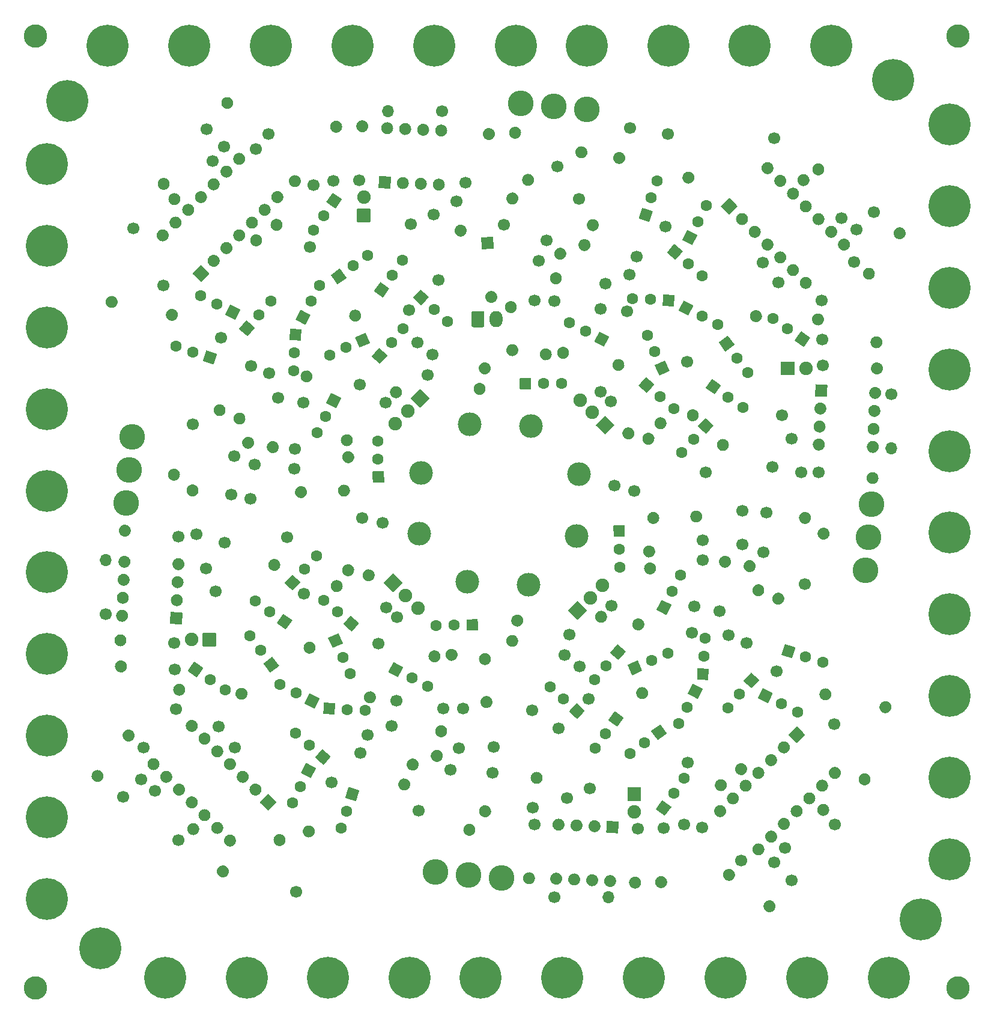
<source format=gbr>
%TF.GenerationSoftware,KiCad,Pcbnew,(5.1.7)-1*%
%TF.CreationDate,2021-05-19T11:47:01-05:00*%
%TF.ProjectId,FOURSES TARPTERGE,464f5552-5345-4532-9054-415250544552,rev?*%
%TF.SameCoordinates,Original*%
%TF.FileFunction,Soldermask,Bot*%
%TF.FilePolarity,Negative*%
%FSLAX46Y46*%
G04 Gerber Fmt 4.6, Leading zero omitted, Abs format (unit mm)*
G04 Created by KiCad (PCBNEW (5.1.7)-1) date 2021-05-19 11:47:01*
%MOMM*%
%LPD*%
G01*
G04 APERTURE LIST*
%ADD10O,1.700000X1.700000*%
%ADD11C,1.700000*%
%ADD12C,3.624001*%
%ADD13C,5.900000*%
%ADD14C,3.300000*%
%ADD15C,3.340000*%
%ADD16C,1.900000*%
%ADD17C,1.600000*%
%ADD18O,1.840000X2.290000*%
G04 APERTURE END LIST*
D10*
%TO.C,REF\u002A\u002A*%
X457270000Y-64000000D03*
D11*
X457270000Y-56380000D03*
%TD*%
%TO.C,REF\u002A\u002A*%
X396920000Y-100630000D03*
G36*
G01*
X399673607Y-94445298D02*
X399673607Y-94445298D01*
G75*
G02*
X399242819Y-93323058I345726J776514D01*
G01*
X399242819Y-93323058D01*
G75*
G02*
X400365059Y-92892270I776514J-345726D01*
G01*
X400365059Y-92892270D01*
G75*
G02*
X400795847Y-94014510I-345726J-776514D01*
G01*
X400795847Y-94014510D01*
G75*
G02*
X399673607Y-94445298I-776514J345726D01*
G01*
G37*
%TD*%
%TO.C,REF\u002A\u002A*%
G36*
G01*
X392525407Y-106836614D02*
X392525407Y-106836614D01*
G75*
G02*
X393703356Y-106596957I708803J-469146D01*
G01*
X393703356Y-106596957D01*
G75*
G02*
X393943013Y-107774906I-469146J-708803D01*
G01*
X393943013Y-107774906D01*
G75*
G02*
X392765064Y-108014563I-708803J469146D01*
G01*
X392765064Y-108014563D01*
G75*
G02*
X392525407Y-106836614I469146J708803D01*
G01*
G37*
X386880000Y-103100000D03*
%TD*%
%TO.C,REF\u002A\u002A*%
G36*
G01*
X404103192Y-43353023D02*
X404103192Y-43353023D01*
G75*
G02*
X404394002Y-44519397I-437782J-728592D01*
G01*
X404394002Y-44519397D01*
G75*
G02*
X403227628Y-44810207I-728592J437782D01*
G01*
X403227628Y-44810207D01*
G75*
G02*
X402936818Y-43643833I437782J728592D01*
G01*
X402936818Y-43643833D01*
G75*
G02*
X404103192Y-43353023I728592J-437782D01*
G01*
G37*
X407590000Y-37550000D03*
%TD*%
%TO.C,REF\u002A\u002A*%
X361630000Y-23480000D03*
G36*
G01*
X356842887Y-28267113D02*
X356842887Y-28267113D01*
G75*
G02*
X356842887Y-29469195I-601041J-601041D01*
G01*
X356842887Y-29469195D01*
G75*
G02*
X355640805Y-29469195I-601041J601041D01*
G01*
X355640805Y-29469195D01*
G75*
G02*
X355640805Y-28267113I601041J601041D01*
G01*
X355640805Y-28267113D01*
G75*
G02*
X356842887Y-28267113I601041J-601041D01*
G01*
G37*
%TD*%
%TO.C,REF\u002A\u002A*%
G36*
G01*
X359446102Y-69376250D02*
X359446102Y-69376250D01*
G75*
G02*
X359330887Y-70572797I-655881J-540666D01*
G01*
X359330887Y-70572797D01*
G75*
G02*
X358134340Y-70457582I-540666J655881D01*
G01*
X358134340Y-70457582D01*
G75*
G02*
X358249555Y-69261035I655881J540666D01*
G01*
X358249555Y-69261035D01*
G75*
G02*
X359446102Y-69376250I540666J-655881D01*
G01*
G37*
X364670000Y-65070000D03*
%TD*%
%TO.C,REF\u002A\u002A*%
G36*
G01*
X397021271Y-117430904D02*
X397021271Y-117430904D01*
G75*
G02*
X398115118Y-116932409I796171J-297676D01*
G01*
X398115118Y-116932409D01*
G75*
G02*
X398613613Y-118026256I-297676J-796171D01*
G01*
X398613613Y-118026256D01*
G75*
G02*
X397519766Y-118524751I-796171J297676D01*
G01*
X397519766Y-118524751D01*
G75*
G02*
X397021271Y-117430904I297676J796171D01*
G01*
G37*
X390680000Y-115060000D03*
%TD*%
%TO.C,REF\u002A\u002A*%
G36*
G01*
X444473898Y-74323750D02*
X444473898Y-74323750D01*
G75*
G02*
X444589113Y-73127203I655881J540666D01*
G01*
X444589113Y-73127203D01*
G75*
G02*
X445785660Y-73242418I540666J-655881D01*
G01*
X445785660Y-73242418D01*
G75*
G02*
X445670445Y-74438965I-655881J-540666D01*
G01*
X445670445Y-74438965D01*
G75*
G02*
X444473898Y-74323750I-540666J655881D01*
G01*
G37*
X439250000Y-78630000D03*
%TD*%
%TO.C,REF\u002A\u002A*%
G36*
G01*
X375538875Y-117185703D02*
X375538875Y-117185703D01*
G75*
G02*
X375950011Y-118315291I-359226J-770362D01*
G01*
X375950011Y-118315291D01*
G75*
G02*
X374820423Y-118726427I-770362J359226D01*
G01*
X374820423Y-118726427D01*
G75*
G02*
X374409287Y-117596839I359226J770362D01*
G01*
X374409287Y-117596839D01*
G75*
G02*
X375538875Y-117185703I770362J-359226D01*
G01*
G37*
X378400000Y-111050000D03*
%TD*%
%TO.C,REF\u002A\u002A*%
G36*
G01*
X411334593Y-37033386D02*
X411334593Y-37033386D01*
G75*
G02*
X410156644Y-37273043I-708803J469146D01*
G01*
X410156644Y-37273043D01*
G75*
G02*
X409916987Y-36095094I469146J708803D01*
G01*
X409916987Y-36095094D01*
G75*
G02*
X411094936Y-35855437I708803J-469146D01*
G01*
X411094936Y-35855437D01*
G75*
G02*
X411334593Y-37033386I-469146J-708803D01*
G01*
G37*
X416980000Y-40770000D03*
%TD*%
%TO.C,REF\u002A\u002A*%
X441100000Y-95420000D03*
G36*
G01*
X447235703Y-98281125D02*
X447235703Y-98281125D01*
G75*
G02*
X448365291Y-97869989I770362J-359226D01*
G01*
X448365291Y-97869989D01*
G75*
G02*
X448776427Y-98999577I-359226J-770362D01*
G01*
X448776427Y-98999577D01*
G75*
G02*
X447646839Y-99410713I-770362J359226D01*
G01*
X447646839Y-99410713D01*
G75*
G02*
X447235703Y-98281125I359226J770362D01*
G01*
G37*
%TD*%
%TO.C,REF\u002A\u002A*%
X420020000Y-44710000D03*
G36*
G01*
X418960938Y-51396650D02*
X418960938Y-51396650D01*
G75*
G02*
X419667504Y-52369154I-132969J-839535D01*
G01*
X419667504Y-52369154D01*
G75*
G02*
X418695000Y-53075720I-839535J132969D01*
G01*
X418695000Y-53075720D01*
G75*
G02*
X417988434Y-52103216I132969J839535D01*
G01*
X417988434Y-52103216D01*
G75*
G02*
X418960938Y-51396650I839535J-132969D01*
G01*
G37*
%TD*%
%TO.C,REF\u002A\u002A*%
X362057653Y-84147044D03*
X360690094Y-80925277D03*
%TD*%
%TO.C,REF\u002A\u002A*%
G36*
G01*
X370585429Y-63109335D02*
X370585429Y-63109335D01*
G75*
G02*
X370804491Y-64291287I-481445J-700507D01*
G01*
X370804491Y-64291287D01*
G75*
G02*
X369622539Y-64510349I-700507J481445D01*
G01*
X369622539Y-64510349D01*
G75*
G02*
X369403477Y-63328397I481445J700507D01*
G01*
X369403477Y-63328397D01*
G75*
G02*
X370585429Y-63109335I700507J-481445D01*
G01*
G37*
X374420000Y-57530000D03*
%TD*%
%TO.C,REF\u002A\u002A*%
X420390000Y-39540000D03*
G36*
G01*
X414744593Y-35803386D02*
X414744593Y-35803386D01*
G75*
G02*
X413566644Y-36043043I-708803J469146D01*
G01*
X413566644Y-36043043D01*
G75*
G02*
X413326987Y-34865094I469146J708803D01*
G01*
X413326987Y-34865094D01*
G75*
G02*
X414504936Y-34625437I708803J-469146D01*
G01*
X414504936Y-34625437D01*
G75*
G02*
X414744593Y-35803386I-469146J-708803D01*
G01*
G37*
%TD*%
%TO.C,REF\u002A\u002A*%
X373210000Y-64030000D03*
G36*
G01*
X379896650Y-65089062D02*
X379896650Y-65089062D01*
G75*
G02*
X380869154Y-64382496I839535J-132969D01*
G01*
X380869154Y-64382496D01*
G75*
G02*
X381575720Y-65355000I-132969J-839535D01*
G01*
X381575720Y-65355000D01*
G75*
G02*
X380603216Y-66061566I-839535J132969D01*
G01*
X380603216Y-66061566D01*
G75*
G02*
X379896650Y-65089062I132969J839535D01*
G01*
G37*
%TD*%
%TO.C,REF\u002A\u002A*%
X436340000Y-77510000D03*
G36*
G01*
X430536977Y-74023192D02*
X430536977Y-74023192D01*
G75*
G02*
X429370603Y-74314002I-728592J437782D01*
G01*
X429370603Y-74314002D01*
G75*
G02*
X429079793Y-73147628I437782J728592D01*
G01*
X429079793Y-73147628D01*
G75*
G02*
X430246167Y-72856818I728592J-437782D01*
G01*
X430246167Y-72856818D01*
G75*
G02*
X430536977Y-74023192I-437782J-728592D01*
G01*
G37*
%TD*%
%TO.C,REF\u002A\u002A*%
G36*
G01*
X422473350Y-88920938D02*
X422473350Y-88920938D01*
G75*
G02*
X421500846Y-89627504I-839535J132969D01*
G01*
X421500846Y-89627504D01*
G75*
G02*
X420794280Y-88655000I132969J839535D01*
G01*
X420794280Y-88655000D01*
G75*
G02*
X421766784Y-87948434I839535J-132969D01*
G01*
X421766784Y-87948434D01*
G75*
G02*
X422473350Y-88920938I-132969J-839535D01*
G01*
G37*
X429160000Y-89980000D03*
%TD*%
%TO.C,REF\u002A\u002A*%
X395190000Y-109230000D03*
G36*
G01*
X399496250Y-114453898D02*
X399496250Y-114453898D01*
G75*
G02*
X400692797Y-114569113I540666J-655881D01*
G01*
X400692797Y-114569113D01*
G75*
G02*
X400577582Y-115765660I-655881J-540666D01*
G01*
X400577582Y-115765660D01*
G75*
G02*
X399381035Y-115650445I-540666J655881D01*
G01*
X399381035Y-115650445D01*
G75*
G02*
X399496250Y-114453898I655881J540666D01*
G01*
G37*
%TD*%
%TO.C,REF\u002A\u002A*%
X408720000Y-34660000D03*
G36*
G01*
X404413750Y-29436102D02*
X404413750Y-29436102D01*
G75*
G02*
X403217203Y-29320887I-540666J655881D01*
G01*
X403217203Y-29320887D01*
G75*
G02*
X403332418Y-28124340I655881J540666D01*
G01*
X403332418Y-28124340D01*
G75*
G02*
X404528965Y-28239555I540666J-655881D01*
G01*
X404528965Y-28239555D01*
G75*
G02*
X404413750Y-29436102I-655881J-540666D01*
G01*
G37*
%TD*%
%TO.C,REF\u002A\u002A*%
X406775000Y-114640000D03*
X401114678Y-109719557D03*
%TD*%
%TO.C,REF\u002A\u002A*%
X436930000Y-91370000D03*
G36*
G01*
X440861359Y-85858438D02*
X440861359Y-85858438D01*
G75*
G02*
X440662959Y-84672842I493598J691998D01*
G01*
X440662959Y-84672842D01*
G75*
G02*
X441848555Y-84474442I691998J-493598D01*
G01*
X441848555Y-84474442D01*
G75*
G02*
X442046955Y-85660038I-493598J-691998D01*
G01*
X442046955Y-85660038D01*
G75*
G02*
X440861359Y-85858438I-691998J493598D01*
G01*
G37*
%TD*%
%TO.C,REF\u002A\u002A*%
G36*
G01*
X433374571Y-80660665D02*
X433374571Y-80660665D01*
G75*
G02*
X433155509Y-79478713I481445J700507D01*
G01*
X433155509Y-79478713D01*
G75*
G02*
X434337461Y-79259651I700507J-481445D01*
G01*
X434337461Y-79259651D01*
G75*
G02*
X434556523Y-80441603I-481445J-700507D01*
G01*
X434556523Y-80441603D01*
G75*
G02*
X433374571Y-80660665I-700507J481445D01*
G01*
G37*
X429540000Y-86240000D03*
%TD*%
%TO.C,REF\u002A\u002A*%
X441390000Y-40620000D03*
G36*
G01*
X446341264Y-45237129D02*
X446341264Y-45237129D01*
G75*
G02*
X447542614Y-45195177I621651J-579699D01*
G01*
X447542614Y-45195177D01*
G75*
G02*
X447584566Y-46396527I-579699J-621651D01*
G01*
X447584566Y-46396527D01*
G75*
G02*
X446383216Y-46438479I-621651J579699D01*
G01*
X446383216Y-46438479D01*
G75*
G02*
X446341264Y-45237129I579699J621651D01*
G01*
G37*
%TD*%
%TO.C,REF\u002A\u002A*%
X367030000Y-52400000D03*
G36*
G01*
X363098641Y-57911562D02*
X363098641Y-57911562D01*
G75*
G02*
X363297041Y-59097158I-493598J-691998D01*
G01*
X363297041Y-59097158D01*
G75*
G02*
X362111445Y-59295558I-691998J493598D01*
G01*
X362111445Y-59295558D01*
G75*
G02*
X361913045Y-58109962I493598J691998D01*
G01*
X361913045Y-58109962D01*
G75*
G02*
X363098641Y-57911562I691998J-493598D01*
G01*
G37*
%TD*%
%TO.C,REF\u002A\u002A*%
G36*
G01*
X379364702Y-69593607D02*
X379364702Y-69593607D01*
G75*
G02*
X380486942Y-69162819I776514J-345726D01*
G01*
X380486942Y-69162819D01*
G75*
G02*
X380917730Y-70285059I-345726J-776514D01*
G01*
X380917730Y-70285059D01*
G75*
G02*
X379795490Y-70715847I-776514J345726D01*
G01*
X379795490Y-70715847D01*
G75*
G02*
X379364702Y-69593607I345726J776514D01*
G01*
G37*
X373180000Y-66840000D03*
%TD*%
%TO.C,REF\u002A\u002A*%
X406970000Y-43180000D03*
G36*
G01*
X404216393Y-49364702D02*
X404216393Y-49364702D01*
G75*
G02*
X404647181Y-50486942I-345726J-776514D01*
G01*
X404647181Y-50486942D01*
G75*
G02*
X403524941Y-50917730I-776514J345726D01*
G01*
X403524941Y-50917730D01*
G75*
G02*
X403094153Y-49795490I345726J776514D01*
G01*
X403094153Y-49795490D01*
G75*
G02*
X404216393Y-49364702I776514J-345726D01*
G01*
G37*
%TD*%
%TO.C,REF\u002A\u002A*%
G36*
G01*
X406888729Y-26459096D02*
X406888729Y-26459096D01*
G75*
G02*
X405794882Y-26957591I-796171J297676D01*
G01*
X405794882Y-26957591D01*
G75*
G02*
X405296387Y-25863744I297676J796171D01*
G01*
X405296387Y-25863744D01*
G75*
G02*
X406390234Y-25365249I796171J-297676D01*
G01*
X406390234Y-25365249D01*
G75*
G02*
X406888729Y-26459096I-297676J-796171D01*
G01*
G37*
X413230000Y-28830000D03*
%TD*%
%TO.C,REF\u002A\u002A*%
G36*
G01*
X438086614Y-84694593D02*
X438086614Y-84694593D01*
G75*
G02*
X437846957Y-83516644I469146J708803D01*
G01*
X437846957Y-83516644D01*
G75*
G02*
X439024906Y-83276987I708803J-469146D01*
G01*
X439024906Y-83276987D01*
G75*
G02*
X439264563Y-84454936I-469146J-708803D01*
G01*
X439264563Y-84454936D01*
G75*
G02*
X438086614Y-84694593I-708803J469146D01*
G01*
G37*
X434350000Y-90340000D03*
%TD*%
%TO.C,REF\u002A\u002A*%
G36*
G01*
X387951562Y-110841359D02*
X387951562Y-110841359D01*
G75*
G02*
X389137158Y-110642959I691998J-493598D01*
G01*
X389137158Y-110642959D01*
G75*
G02*
X389335558Y-111828555I-493598J-691998D01*
G01*
X389335558Y-111828555D01*
G75*
G02*
X388149962Y-112026955I-691998J493598D01*
G01*
X388149962Y-112026955D01*
G75*
G02*
X387951562Y-110841359I493598J691998D01*
G01*
G37*
X382440000Y-106910000D03*
%TD*%
%TO.C,REF\u002A\u002A*%
X362490000Y-103190000D03*
G36*
G01*
X357538736Y-98572871D02*
X357538736Y-98572871D01*
G75*
G02*
X356337386Y-98614823I-621651J579699D01*
G01*
X356337386Y-98614823D01*
G75*
G02*
X356295434Y-97413473I579699J621651D01*
G01*
X356295434Y-97413473D01*
G75*
G02*
X357496784Y-97371521I621651J-579699D01*
G01*
X357496784Y-97371521D01*
G75*
G02*
X357538736Y-98572871I-579699J-621651D01*
G01*
G37*
%TD*%
%TO.C,REF\u002A\u002A*%
G36*
G01*
X350527692Y-104023708D02*
X350527692Y-104023708D01*
G75*
G02*
X350206450Y-105182070I-739802J-418560D01*
G01*
X350206450Y-105182070D01*
G75*
G02*
X349048088Y-104860828I-418560J739802D01*
G01*
X349048088Y-104860828D01*
G75*
G02*
X349369330Y-103702466I739802J418560D01*
G01*
X349369330Y-103702466D01*
G75*
G02*
X350527692Y-104023708I418560J-739802D01*
G01*
G37*
X356420000Y-100690000D03*
%TD*%
%TO.C,REF\u002A\u002A*%
G36*
G01*
X428331125Y-26614297D02*
X428331125Y-26614297D01*
G75*
G02*
X427919989Y-25484709I359226J770362D01*
G01*
X427919989Y-25484709D01*
G75*
G02*
X429049577Y-25073573I770362J-359226D01*
G01*
X429049577Y-25073573D01*
G75*
G02*
X429460713Y-26203161I-359226J-770362D01*
G01*
X429460713Y-26203161D01*
G75*
G02*
X428331125Y-26614297I-770362J359226D01*
G01*
G37*
X425470000Y-32750000D03*
%TD*%
%TO.C,REF\u002A\u002A*%
G36*
G01*
X358297113Y-117027113D02*
X358297113Y-117027113D01*
G75*
G02*
X359499195Y-117027113I601041J-601041D01*
G01*
X359499195Y-117027113D01*
G75*
G02*
X359499195Y-118229195I-601041J-601041D01*
G01*
X359499195Y-118229195D01*
G75*
G02*
X358297113Y-118229195I-601041J601041D01*
G01*
X358297113Y-118229195D01*
G75*
G02*
X358297113Y-117027113I601041J601041D01*
G01*
G37*
X353510000Y-112240000D03*
%TD*%
%TO.C,REF\u002A\u002A*%
X363360000Y-77310000D03*
G36*
G01*
X369544702Y-80063607D02*
X369544702Y-80063607D01*
G75*
G02*
X370666942Y-79632819I776514J-345726D01*
G01*
X370666942Y-79632819D01*
G75*
G02*
X371097730Y-80755059I-345726J-776514D01*
G01*
X371097730Y-80755059D01*
G75*
G02*
X369975490Y-81185847I-776514J345726D01*
G01*
X369975490Y-81185847D01*
G75*
G02*
X369544702Y-80063607I345726J776514D01*
G01*
G37*
%TD*%
%TO.C,REF\u002A\u002A*%
G36*
G01*
X365873386Y-59075407D02*
X365873386Y-59075407D01*
G75*
G02*
X366113043Y-60253356I-469146J-708803D01*
G01*
X366113043Y-60253356D01*
G75*
G02*
X364935094Y-60493013I-708803J469146D01*
G01*
X364935094Y-60493013D01*
G75*
G02*
X364695437Y-59315064I469146J708803D01*
G01*
X364695437Y-59315064D01*
G75*
G02*
X365873386Y-59075407I708803J-469146D01*
G01*
G37*
X369610000Y-53430000D03*
%TD*%
%TO.C,REF\u002A\u002A*%
X383470000Y-104330000D03*
G36*
G01*
X389115407Y-108066614D02*
X389115407Y-108066614D01*
G75*
G02*
X390293356Y-107826957I708803J-469146D01*
G01*
X390293356Y-107826957D01*
G75*
G02*
X390533013Y-109004906I-469146J-708803D01*
G01*
X390533013Y-109004906D01*
G75*
G02*
X389355064Y-109244563I-708803J469146D01*
G01*
X389355064Y-109244563D01*
G75*
G02*
X389115407Y-108066614I469146J708803D01*
G01*
G37*
%TD*%
%TO.C,REF\u002A\u002A*%
G36*
G01*
X415908438Y-33028641D02*
X415908438Y-33028641D01*
G75*
G02*
X414722842Y-33227041I-691998J493598D01*
G01*
X414722842Y-33227041D01*
G75*
G02*
X414524442Y-32041445I493598J691998D01*
G01*
X414524442Y-32041445D01*
G75*
G02*
X415710038Y-31843045I691998J-493598D01*
G01*
X415710038Y-31843045D01*
G75*
G02*
X415908438Y-33028641I-493598J-691998D01*
G01*
G37*
X421420000Y-36960000D03*
%TD*%
%TO.C,REF\u002A\u002A*%
X367550000Y-66220000D03*
G36*
G01*
X373353023Y-69706808D02*
X373353023Y-69706808D01*
G75*
G02*
X374519397Y-69415998I728592J-437782D01*
G01*
X374519397Y-69415998D01*
G75*
G02*
X374810207Y-70582372I-437782J-728592D01*
G01*
X374810207Y-70582372D01*
G75*
G02*
X373643833Y-70873182I-728592J437782D01*
G01*
X373643833Y-70873182D01*
G75*
G02*
X373353023Y-69706808I437782J728592D01*
G01*
G37*
%TD*%
%TO.C,REF\u002A\u002A*%
G36*
G01*
X453392308Y-39796292D02*
X453392308Y-39796292D01*
G75*
G02*
X453713550Y-38637930I739802J418560D01*
G01*
X453713550Y-38637930D01*
G75*
G02*
X454871912Y-38959172I418560J-739802D01*
G01*
X454871912Y-38959172D01*
G75*
G02*
X454550670Y-40117534I-739802J-418560D01*
G01*
X454550670Y-40117534D01*
G75*
G02*
X453392308Y-39796292I-418560J739802D01*
G01*
G37*
X447500000Y-43130000D03*
%TD*%
%TO.C,REF\u002A\u002A*%
G36*
G01*
X445522887Y-26792887D02*
X445522887Y-26792887D01*
G75*
G02*
X444320805Y-26792887I-601041J601041D01*
G01*
X444320805Y-26792887D01*
G75*
G02*
X444320805Y-25590805I601041J601041D01*
G01*
X444320805Y-25590805D01*
G75*
G02*
X445522887Y-25590805I601041J-601041D01*
G01*
X445522887Y-25590805D01*
G75*
G02*
X445522887Y-26792887I-601041J-601041D01*
G01*
G37*
X450310000Y-31580000D03*
%TD*%
%TO.C,REF\u002A\u002A*%
X362790000Y-48400000D03*
G36*
G01*
X356654297Y-45538875D02*
X356654297Y-45538875D01*
G75*
G02*
X355524709Y-45950011I-770362J359226D01*
G01*
X355524709Y-45950011D01*
G75*
G02*
X355113573Y-44820423I359226J770362D01*
G01*
X355113573Y-44820423D01*
G75*
G02*
X356243161Y-44409287I770362J-359226D01*
G01*
X356243161Y-44409287D01*
G75*
G02*
X356654297Y-45538875I-359226J-770362D01*
G01*
G37*
%TD*%
%TO.C,REF\u002A\u002A*%
X370840000Y-56840000D03*
G36*
G01*
X367103386Y-62485407D02*
X367103386Y-62485407D01*
G75*
G02*
X367343043Y-63663356I-469146J-708803D01*
G01*
X367343043Y-63663356D01*
G75*
G02*
X366165094Y-63903013I-708803J469146D01*
G01*
X366165094Y-63903013D01*
G75*
G02*
X365925437Y-62725064I469146J708803D01*
G01*
X365925437Y-62725064D01*
G75*
G02*
X367103386Y-62485407I708803J-469146D01*
G01*
G37*
%TD*%
%TO.C,REF\u002A\u002A*%
X416290000Y-44350000D03*
G36*
G01*
X410710665Y-40515429D02*
X410710665Y-40515429D01*
G75*
G02*
X409528713Y-40734491I-700507J481445D01*
G01*
X409528713Y-40734491D01*
G75*
G02*
X409309651Y-39552539I481445J700507D01*
G01*
X409309651Y-39552539D01*
G75*
G02*
X410491603Y-39333477I700507J-481445D01*
G01*
X410491603Y-39333477D01*
G75*
G02*
X410710665Y-40515429I-481445J-700507D01*
G01*
G37*
%TD*%
D12*
%TO.C,REF\u002A\u002A*%
X349465455Y-71696119D03*
X349875000Y-67015000D03*
X350284545Y-62333881D03*
%TD*%
D13*
%TO.C,REF\u002A\u002A*%
X338250000Y-127450000D03*
%TD*%
%TO.C,REF\u002A\u002A*%
X338250000Y-46950000D03*
%TD*%
D11*
%TO.C,REF\u002A\u002A*%
X443259906Y-62579723D03*
X441892347Y-59357956D03*
%TD*%
D13*
%TO.C,REF\u002A\u002A*%
X338250000Y-81450000D03*
%TD*%
%TO.C,REF\u002A\u002A*%
X377920000Y-138540000D03*
%TD*%
%TO.C,REF\u002A\u002A*%
X341140000Y-15010000D03*
%TD*%
%TO.C,REF\u002A\u002A*%
X338250000Y-23950000D03*
%TD*%
D11*
%TO.C,REF\u002A\u002A*%
X359325000Y-76115000D03*
X364245443Y-70454678D03*
%TD*%
D13*
%TO.C,REF\u002A\u002A*%
X338250000Y-35450000D03*
%TD*%
D11*
%TO.C,REF\u002A\u002A*%
X387570000Y-99520000D03*
G36*
G01*
X393149335Y-103354571D02*
X393149335Y-103354571D01*
G75*
G02*
X394331287Y-103135509I700507J-481445D01*
G01*
X394331287Y-103135509D01*
G75*
G02*
X394550349Y-104317461I-481445J-700507D01*
G01*
X394550349Y-104317461D01*
G75*
G02*
X393368397Y-104536523I-700507J481445D01*
G01*
X393368397Y-104536523D01*
G75*
G02*
X393149335Y-103354571I481445J700507D01*
G01*
G37*
%TD*%
%TO.C,REF\u002A\u002A*%
X433120000Y-86930000D03*
G36*
G01*
X436856614Y-81284593D02*
X436856614Y-81284593D01*
G75*
G02*
X436616957Y-80106644I469146J708803D01*
G01*
X436616957Y-80106644D01*
G75*
G02*
X437794906Y-79866987I708803J-469146D01*
G01*
X437794906Y-79866987D01*
G75*
G02*
X438034563Y-81044936I-469146J-708803D01*
G01*
X438034563Y-81044936D01*
G75*
G02*
X436856614Y-81284593I-708803J469146D01*
G01*
G37*
%TD*%
D14*
%TO.C,REF\u002A\u002A*%
X336650000Y-5890000D03*
%TD*%
D12*
%TO.C,REF\u002A\u002A*%
X453665455Y-81171119D03*
X454075000Y-76490000D03*
X454484545Y-71808881D03*
%TD*%
D13*
%TO.C,REF\u002A\u002A*%
X338250000Y-69950000D03*
%TD*%
%TO.C,REF\u002A\u002A*%
X338250000Y-92950000D03*
%TD*%
%TO.C,REF\u002A\u002A*%
X338250000Y-115950000D03*
%TD*%
%TO.C,REF\u002A\u002A*%
X354920000Y-138540000D03*
%TD*%
%TO.C,REF\u002A\u002A*%
X410920000Y-138540000D03*
%TD*%
%TO.C,REF\u002A\u002A*%
X346850000Y-7270000D03*
%TD*%
%TO.C,REF\u002A\u002A*%
X465520000Y-52870000D03*
%TD*%
%TO.C,REF\u002A\u002A*%
X338250000Y-104450000D03*
%TD*%
%TO.C,REF\u002A\u002A*%
X461440000Y-130370000D03*
%TD*%
D11*
%TO.C,REF\u002A\u002A*%
X439704557Y-73050322D03*
X444625000Y-67390000D03*
%TD*%
D13*
%TO.C,REF\u002A\u002A*%
X392850000Y-7270000D03*
%TD*%
D11*
%TO.C,REF\u002A\u002A*%
X369470000Y-19700000D03*
G36*
G01*
X372803708Y-25592308D02*
X372803708Y-25592308D01*
G75*
G02*
X373962070Y-25913550I418560J-739802D01*
G01*
X373962070Y-25913550D01*
G75*
G02*
X373640828Y-27071912I-739802J-418560D01*
G01*
X373640828Y-27071912D01*
G75*
G02*
X372482466Y-26750670I-418560J739802D01*
G01*
X372482466Y-26750670D01*
G75*
G02*
X372803708Y-25592308I739802J418560D01*
G01*
G37*
%TD*%
D13*
%TO.C,REF\u002A\u002A*%
X465520000Y-121870000D03*
%TD*%
%TO.C,REF\u002A\u002A*%
X338250000Y-58450000D03*
%TD*%
%TO.C,REF\u002A\u002A*%
X399420000Y-138540000D03*
%TD*%
%TO.C,REF\u002A\u002A*%
X465520000Y-18370000D03*
%TD*%
%TO.C,REF\u002A\u002A*%
X437350000Y-7270000D03*
%TD*%
%TO.C,REF\u002A\u002A*%
G36*
G01*
X396243607Y-34085298D02*
X396243607Y-34085298D01*
G75*
G02*
X395812819Y-32963058I345726J776514D01*
G01*
X395812819Y-32963058D01*
G75*
G02*
X396935059Y-32532270I776514J-345726D01*
G01*
X396935059Y-32532270D01*
G75*
G02*
X397365847Y-33654510I-345726J-776514D01*
G01*
X397365847Y-33654510D01*
G75*
G02*
X396243607Y-34085298I-776514J345726D01*
G01*
G37*
D11*
X393490000Y-40270000D03*
%TD*%
%TO.C,REF\u002A\u002A*%
X440520000Y-66600000D03*
G36*
G01*
X434335298Y-63846393D02*
X434335298Y-63846393D01*
G75*
G02*
X433213058Y-64277181I-776514J345726D01*
G01*
X433213058Y-64277181D01*
G75*
G02*
X432782270Y-63154941I345726J776514D01*
G01*
X432782270Y-63154941D01*
G75*
G02*
X433904510Y-62724153I776514J-345726D01*
G01*
X433904510Y-62724153D01*
G75*
G02*
X434335298Y-63846393I-345726J-776514D01*
G01*
G37*
%TD*%
D13*
%TO.C,REF\u002A\u002A*%
X366420000Y-138540000D03*
%TD*%
%TO.C,REF\u002A\u002A*%
X358350000Y-7270000D03*
%TD*%
%TO.C,REF\u002A\u002A*%
X465520000Y-64370000D03*
%TD*%
%TO.C,REF\u002A\u002A*%
X433920000Y-138540000D03*
%TD*%
%TO.C,REF\u002A\u002A*%
X445420000Y-138540000D03*
%TD*%
%TO.C,REF\u002A\u002A*%
X414350000Y-7270000D03*
%TD*%
%TO.C,REF\u002A\u002A*%
X389420000Y-138540000D03*
%TD*%
%TO.C,REF\u002A\u002A*%
X345760000Y-134420000D03*
%TD*%
%TO.C,REF\u002A\u002A*%
X465520000Y-75870000D03*
%TD*%
%TO.C,REF\u002A\u002A*%
X448850000Y-7270000D03*
%TD*%
%TO.C,REF\u002A\u002A*%
X465520000Y-110370000D03*
%TD*%
%TO.C,REF\u002A\u002A*%
X404350000Y-7270000D03*
%TD*%
%TO.C,REF\u002A\u002A*%
X369850000Y-7270000D03*
%TD*%
%TO.C,REF\u002A\u002A*%
X465520000Y-87370000D03*
%TD*%
%TO.C,REF\u002A\u002A*%
X425850000Y-7270000D03*
%TD*%
%TO.C,REF\u002A\u002A*%
X465520000Y-29870000D03*
%TD*%
%TO.C,REF\u002A\u002A*%
X422420000Y-138540000D03*
%TD*%
%TO.C,REF\u002A\u002A*%
X456920000Y-138540000D03*
%TD*%
D14*
%TO.C,REF\u002A\u002A*%
X466700000Y-5890000D03*
%TD*%
D13*
%TO.C,REF\u002A\u002A*%
X465520000Y-41370000D03*
%TD*%
%TO.C,REF\u002A\u002A*%
X381350000Y-7270000D03*
%TD*%
D14*
%TO.C,REF\u002A\u002A*%
X466700000Y-140000000D03*
%TD*%
D13*
%TO.C,REF\u002A\u002A*%
X465520000Y-98870000D03*
%TD*%
%TO.C,REF\u002A\u002A*%
X457520000Y-12050000D03*
%TD*%
%TO.C,REF\u002A\u002A*%
G36*
G01*
X417704696Y-124093556D02*
X417704696Y-124093556D01*
G75*
G02*
X418516811Y-124979823I-37076J-849191D01*
G01*
X418516811Y-124979823D01*
G75*
G02*
X417630544Y-125791938I-849191J37076D01*
G01*
X417630544Y-125791938D01*
G75*
G02*
X416818429Y-124905671I37076J849191D01*
G01*
X416818429Y-124905671D01*
G75*
G02*
X417704696Y-124093556I849191J-37076D01*
G01*
G37*
G36*
G01*
X410424329Y-116148429D02*
X410424329Y-116148429D01*
G75*
G02*
X411236444Y-117034696I-37076J-849191D01*
G01*
X411236444Y-117034696D01*
G75*
G02*
X410350177Y-117846811I-849191J37076D01*
G01*
X410350177Y-117846811D01*
G75*
G02*
X409538062Y-116960544I37076J849191D01*
G01*
X409538062Y-116960544D01*
G75*
G02*
X410424329Y-116148429I849191J-37076D01*
G01*
G37*
G36*
G01*
X415167114Y-123982763D02*
X415167114Y-123982763D01*
G75*
G02*
X415979229Y-124869030I-37076J-849191D01*
G01*
X415979229Y-124869030D01*
G75*
G02*
X415092962Y-125681145I-849191J37076D01*
G01*
X415092962Y-125681145D01*
G75*
G02*
X414280847Y-124794878I37076J849191D01*
G01*
X414280847Y-124794878D01*
G75*
G02*
X415167114Y-123982763I849191J-37076D01*
G01*
G37*
G36*
G01*
X412961911Y-116259223D02*
X412961911Y-116259223D01*
G75*
G02*
X413774026Y-117145490I-37076J-849191D01*
G01*
X413774026Y-117145490D01*
G75*
G02*
X412887759Y-117957605I-849191J37076D01*
G01*
X412887759Y-117957605D01*
G75*
G02*
X412075644Y-117071338I37076J849191D01*
G01*
X412075644Y-117071338D01*
G75*
G02*
X412961911Y-116259223I849191J-37076D01*
G01*
G37*
G36*
G01*
X412629531Y-123871970D02*
X412629531Y-123871970D01*
G75*
G02*
X413441646Y-124758237I-37076J-849191D01*
G01*
X413441646Y-124758237D01*
G75*
G02*
X412555379Y-125570352I-849191J37076D01*
G01*
X412555379Y-125570352D01*
G75*
G02*
X411743264Y-124684085I37076J849191D01*
G01*
X411743264Y-124684085D01*
G75*
G02*
X412629531Y-123871970I849191J-37076D01*
G01*
G37*
G36*
G01*
X415499494Y-116370016D02*
X415499494Y-116370016D01*
G75*
G02*
X416311609Y-117256283I-37076J-849191D01*
G01*
X416311609Y-117256283D01*
G75*
G02*
X415425342Y-118068398I-849191J37076D01*
G01*
X415425342Y-118068398D01*
G75*
G02*
X414613227Y-117182131I37076J849191D01*
G01*
X414613227Y-117182131D01*
G75*
G02*
X415499494Y-116370016I849191J-37076D01*
G01*
G37*
G36*
G01*
X410091949Y-123761177D02*
X410091949Y-123761177D01*
G75*
G02*
X410904064Y-124647444I-37076J-849191D01*
G01*
X410904064Y-124647444D01*
G75*
G02*
X410017797Y-125459559I-849191J37076D01*
G01*
X410017797Y-125459559D01*
G75*
G02*
X409205682Y-124573292I37076J849191D01*
G01*
X409205682Y-124573292D01*
G75*
G02*
X410091949Y-123761177I849191J-37076D01*
G01*
G37*
G36*
G01*
X417237838Y-116445914D02*
X418836315Y-116515705D01*
G75*
G02*
X418884086Y-116567838I-2181J-49952D01*
G01*
X418814295Y-118166315D01*
G75*
G02*
X418762162Y-118214086I-49952J2181D01*
G01*
X417163685Y-118144295D01*
G75*
G02*
X417115914Y-118092162I2181J49952D01*
G01*
X417185705Y-116493685D01*
G75*
G02*
X417237838Y-116445914I49952J-2181D01*
G01*
G37*
%TD*%
D15*
%TO.C,REF\u002A\u002A*%
X413263045Y-67629646D03*
X406474820Y-60841421D03*
D16*
X413404466Y-57164466D03*
X415172233Y-58932233D03*
G36*
G01*
X415631853Y-60664645D02*
X416904645Y-59391853D01*
G75*
G02*
X416975355Y-59391853I35355J-35355D01*
G01*
X418248147Y-60664645D01*
G75*
G02*
X418248147Y-60735355I-35355J-35355D01*
G01*
X416975355Y-62008147D01*
G75*
G02*
X416904645Y-62008147I-35355J35355D01*
G01*
X415631853Y-60735355D01*
G75*
G02*
X415631853Y-60664645I35355J35355D01*
G01*
G37*
%TD*%
%TO.C,REF\u002A\u002A*%
G36*
G01*
X386662162Y-27374086D02*
X385063685Y-27304295D01*
G75*
G02*
X385015914Y-27252162I2181J49952D01*
G01*
X385085705Y-25653685D01*
G75*
G02*
X385137838Y-25605914I49952J-2181D01*
G01*
X386736315Y-25675705D01*
G75*
G02*
X386784086Y-25727838I-2181J-49952D01*
G01*
X386714295Y-27326315D01*
G75*
G02*
X386662162Y-27374086I-49952J2181D01*
G01*
G37*
G36*
G01*
X393808051Y-20058823D02*
X393808051Y-20058823D01*
G75*
G02*
X392995936Y-19172556I37076J849191D01*
G01*
X392995936Y-19172556D01*
G75*
G02*
X393882203Y-18360441I849191J-37076D01*
G01*
X393882203Y-18360441D01*
G75*
G02*
X394694318Y-19246708I-37076J-849191D01*
G01*
X394694318Y-19246708D01*
G75*
G02*
X393808051Y-20058823I-849191J37076D01*
G01*
G37*
G36*
G01*
X388400506Y-27449984D02*
X388400506Y-27449984D01*
G75*
G02*
X387588391Y-26563717I37076J849191D01*
G01*
X387588391Y-26563717D01*
G75*
G02*
X388474658Y-25751602I849191J-37076D01*
G01*
X388474658Y-25751602D01*
G75*
G02*
X389286773Y-26637869I-37076J-849191D01*
G01*
X389286773Y-26637869D01*
G75*
G02*
X388400506Y-27449984I-849191J37076D01*
G01*
G37*
G36*
G01*
X391270469Y-19948030D02*
X391270469Y-19948030D01*
G75*
G02*
X390458354Y-19061763I37076J849191D01*
G01*
X390458354Y-19061763D01*
G75*
G02*
X391344621Y-18249648I849191J-37076D01*
G01*
X391344621Y-18249648D01*
G75*
G02*
X392156736Y-19135915I-37076J-849191D01*
G01*
X392156736Y-19135915D01*
G75*
G02*
X391270469Y-19948030I-849191J37076D01*
G01*
G37*
G36*
G01*
X390938089Y-27560777D02*
X390938089Y-27560777D01*
G75*
G02*
X390125974Y-26674510I37076J849191D01*
G01*
X390125974Y-26674510D01*
G75*
G02*
X391012241Y-25862395I849191J-37076D01*
G01*
X391012241Y-25862395D01*
G75*
G02*
X391824356Y-26748662I-37076J-849191D01*
G01*
X391824356Y-26748662D01*
G75*
G02*
X390938089Y-27560777I-849191J37076D01*
G01*
G37*
G36*
G01*
X388732886Y-19837237D02*
X388732886Y-19837237D01*
G75*
G02*
X387920771Y-18950970I37076J849191D01*
G01*
X387920771Y-18950970D01*
G75*
G02*
X388807038Y-18138855I849191J-37076D01*
G01*
X388807038Y-18138855D01*
G75*
G02*
X389619153Y-19025122I-37076J-849191D01*
G01*
X389619153Y-19025122D01*
G75*
G02*
X388732886Y-19837237I-849191J37076D01*
G01*
G37*
G36*
G01*
X393475671Y-27671571D02*
X393475671Y-27671571D01*
G75*
G02*
X392663556Y-26785304I37076J849191D01*
G01*
X392663556Y-26785304D01*
G75*
G02*
X393549823Y-25973189I849191J-37076D01*
G01*
X393549823Y-25973189D01*
G75*
G02*
X394361938Y-26859456I-37076J-849191D01*
G01*
X394361938Y-26859456D01*
G75*
G02*
X393475671Y-27671571I-849191J37076D01*
G01*
G37*
G36*
G01*
X386195304Y-19726444D02*
X386195304Y-19726444D01*
G75*
G02*
X385383189Y-18840177I37076J849191D01*
G01*
X385383189Y-18840177D01*
G75*
G02*
X386269456Y-18028062I849191J-37076D01*
G01*
X386269456Y-18028062D01*
G75*
G02*
X387081571Y-18914329I-37076J-849191D01*
G01*
X387081571Y-18914329D01*
G75*
G02*
X386195304Y-19726444I-849191J37076D01*
G01*
G37*
%TD*%
D14*
%TO.C,REF\u002A\u002A*%
X336640000Y-140000000D03*
%TD*%
%TO.C,REF\u002A\u002A*%
G36*
G01*
X454173556Y-56135304D02*
X454173556Y-56135304D01*
G75*
G02*
X455059823Y-55323189I849191J-37076D01*
G01*
X455059823Y-55323189D01*
G75*
G02*
X455871938Y-56209456I-37076J-849191D01*
G01*
X455871938Y-56209456D01*
G75*
G02*
X454985671Y-57021571I-849191J37076D01*
G01*
X454985671Y-57021571D01*
G75*
G02*
X454173556Y-56135304I37076J849191D01*
G01*
G37*
G36*
G01*
X446228429Y-63415671D02*
X446228429Y-63415671D01*
G75*
G02*
X447114696Y-62603556I849191J-37076D01*
G01*
X447114696Y-62603556D01*
G75*
G02*
X447926811Y-63489823I-37076J-849191D01*
G01*
X447926811Y-63489823D01*
G75*
G02*
X447040544Y-64301938I-849191J37076D01*
G01*
X447040544Y-64301938D01*
G75*
G02*
X446228429Y-63415671I37076J849191D01*
G01*
G37*
G36*
G01*
X454062763Y-58672886D02*
X454062763Y-58672886D01*
G75*
G02*
X454949030Y-57860771I849191J-37076D01*
G01*
X454949030Y-57860771D01*
G75*
G02*
X455761145Y-58747038I-37076J-849191D01*
G01*
X455761145Y-58747038D01*
G75*
G02*
X454874878Y-59559153I-849191J37076D01*
G01*
X454874878Y-59559153D01*
G75*
G02*
X454062763Y-58672886I37076J849191D01*
G01*
G37*
G36*
G01*
X446339223Y-60878089D02*
X446339223Y-60878089D01*
G75*
G02*
X447225490Y-60065974I849191J-37076D01*
G01*
X447225490Y-60065974D01*
G75*
G02*
X448037605Y-60952241I-37076J-849191D01*
G01*
X448037605Y-60952241D01*
G75*
G02*
X447151338Y-61764356I-849191J37076D01*
G01*
X447151338Y-61764356D01*
G75*
G02*
X446339223Y-60878089I37076J849191D01*
G01*
G37*
G36*
G01*
X453951970Y-61210469D02*
X453951970Y-61210469D01*
G75*
G02*
X454838237Y-60398354I849191J-37076D01*
G01*
X454838237Y-60398354D01*
G75*
G02*
X455650352Y-61284621I-37076J-849191D01*
G01*
X455650352Y-61284621D01*
G75*
G02*
X454764085Y-62096736I-849191J37076D01*
G01*
X454764085Y-62096736D01*
G75*
G02*
X453951970Y-61210469I37076J849191D01*
G01*
G37*
G36*
G01*
X446450016Y-58340506D02*
X446450016Y-58340506D01*
G75*
G02*
X447336283Y-57528391I849191J-37076D01*
G01*
X447336283Y-57528391D01*
G75*
G02*
X448148398Y-58414658I-37076J-849191D01*
G01*
X448148398Y-58414658D01*
G75*
G02*
X447262131Y-59226773I-849191J37076D01*
G01*
X447262131Y-59226773D01*
G75*
G02*
X446450016Y-58340506I37076J849191D01*
G01*
G37*
G36*
G01*
X453841177Y-63748051D02*
X453841177Y-63748051D01*
G75*
G02*
X454727444Y-62935936I849191J-37076D01*
G01*
X454727444Y-62935936D01*
G75*
G02*
X455539559Y-63822203I-37076J-849191D01*
G01*
X455539559Y-63822203D01*
G75*
G02*
X454653292Y-64634318I-849191J37076D01*
G01*
X454653292Y-64634318D01*
G75*
G02*
X453841177Y-63748051I37076J849191D01*
G01*
G37*
G36*
G01*
X446525914Y-56602162D02*
X446595705Y-55003685D01*
G75*
G02*
X446647838Y-54955914I49952J-2181D01*
G01*
X448246315Y-55025705D01*
G75*
G02*
X448294086Y-55077838I-2181J-49952D01*
G01*
X448224295Y-56676315D01*
G75*
G02*
X448172162Y-56724086I-49952J2181D01*
G01*
X446573685Y-56654295D01*
G75*
G02*
X446525914Y-56602162I2181J49952D01*
G01*
G37*
%TD*%
%TO.C,REF\u002A\u002A*%
G36*
G01*
X442783274Y-104284645D02*
X443914645Y-103153274D01*
G75*
G02*
X443985355Y-103153274I35355J-35355D01*
G01*
X445116726Y-104284645D01*
G75*
G02*
X445116726Y-104355355I-35355J-35355D01*
G01*
X443985355Y-105486726D01*
G75*
G02*
X443914645Y-105486726I-35355J35355D01*
G01*
X442783274Y-104355355D01*
G75*
G02*
X442783274Y-104284645I35355J35355D01*
G01*
G37*
G36*
G01*
X437960805Y-119883420D02*
X437960805Y-119883420D01*
G75*
G02*
X439162887Y-119883420I601041J-601041D01*
G01*
X439162887Y-119883420D01*
G75*
G02*
X439162887Y-121085502I-601041J-601041D01*
G01*
X439162887Y-121085502D01*
G75*
G02*
X437960805Y-121085502I-601041J601041D01*
G01*
X437960805Y-121085502D01*
G75*
G02*
X437960805Y-119883420I601041J601041D01*
G01*
G37*
G36*
G01*
X441552908Y-105515010D02*
X441552908Y-105515010D01*
G75*
G02*
X442754990Y-105515010I601041J-601041D01*
G01*
X442754990Y-105515010D01*
G75*
G02*
X442754990Y-106717092I-601041J-601041D01*
G01*
X442754990Y-106717092D01*
G75*
G02*
X441552908Y-106717092I-601041J601041D01*
G01*
X441552908Y-106717092D01*
G75*
G02*
X441552908Y-105515010I601041J601041D01*
G01*
G37*
G36*
G01*
X439756857Y-118087369D02*
X439756857Y-118087369D01*
G75*
G02*
X440958939Y-118087369I601041J-601041D01*
G01*
X440958939Y-118087369D01*
G75*
G02*
X440958939Y-119289451I-601041J-601041D01*
G01*
X440958939Y-119289451D01*
G75*
G02*
X439756857Y-119289451I-601041J601041D01*
G01*
X439756857Y-119289451D01*
G75*
G02*
X439756857Y-118087369I601041J601041D01*
G01*
G37*
G36*
G01*
X439756857Y-107311061D02*
X439756857Y-107311061D01*
G75*
G02*
X440958939Y-107311061I601041J-601041D01*
G01*
X440958939Y-107311061D01*
G75*
G02*
X440958939Y-108513143I-601041J-601041D01*
G01*
X440958939Y-108513143D01*
G75*
G02*
X439756857Y-108513143I-601041J601041D01*
G01*
X439756857Y-108513143D01*
G75*
G02*
X439756857Y-107311061I601041J601041D01*
G01*
G37*
G36*
G01*
X441552908Y-116291318D02*
X441552908Y-116291318D01*
G75*
G02*
X442754990Y-116291318I601041J-601041D01*
G01*
X442754990Y-116291318D01*
G75*
G02*
X442754990Y-117493400I-601041J-601041D01*
G01*
X442754990Y-117493400D01*
G75*
G02*
X441552908Y-117493400I-601041J601041D01*
G01*
X441552908Y-117493400D01*
G75*
G02*
X441552908Y-116291318I601041J601041D01*
G01*
G37*
G36*
G01*
X437960805Y-109107113D02*
X437960805Y-109107113D01*
G75*
G02*
X439162887Y-109107113I601041J-601041D01*
G01*
X439162887Y-109107113D01*
G75*
G02*
X439162887Y-110309195I-601041J-601041D01*
G01*
X439162887Y-110309195D01*
G75*
G02*
X437960805Y-110309195I-601041J601041D01*
G01*
X437960805Y-110309195D01*
G75*
G02*
X437960805Y-109107113I601041J601041D01*
G01*
G37*
G36*
G01*
X443348959Y-114495266D02*
X443348959Y-114495266D01*
G75*
G02*
X444551041Y-114495266I601041J-601041D01*
G01*
X444551041Y-114495266D01*
G75*
G02*
X444551041Y-115697348I-601041J-601041D01*
G01*
X444551041Y-115697348D01*
G75*
G02*
X443348959Y-115697348I-601041J601041D01*
G01*
X443348959Y-115697348D01*
G75*
G02*
X443348959Y-114495266I601041J601041D01*
G01*
G37*
G36*
G01*
X436164754Y-110903164D02*
X436164754Y-110903164D01*
G75*
G02*
X437366836Y-110903164I601041J-601041D01*
G01*
X437366836Y-110903164D01*
G75*
G02*
X437366836Y-112105246I-601041J-601041D01*
G01*
X437366836Y-112105246D01*
G75*
G02*
X436164754Y-112105246I-601041J601041D01*
G01*
X436164754Y-112105246D01*
G75*
G02*
X436164754Y-110903164I601041J601041D01*
G01*
G37*
G36*
G01*
X445145010Y-112699215D02*
X445145010Y-112699215D01*
G75*
G02*
X446347092Y-112699215I601041J-601041D01*
G01*
X446347092Y-112699215D01*
G75*
G02*
X446347092Y-113901297I-601041J-601041D01*
G01*
X446347092Y-113901297D01*
G75*
G02*
X445145010Y-113901297I-601041J601041D01*
G01*
X445145010Y-113901297D01*
G75*
G02*
X445145010Y-112699215I601041J601041D01*
G01*
G37*
G36*
G01*
X434368703Y-112699215D02*
X434368703Y-112699215D01*
G75*
G02*
X435570785Y-112699215I601041J-601041D01*
G01*
X435570785Y-112699215D01*
G75*
G02*
X435570785Y-113901297I-601041J-601041D01*
G01*
X435570785Y-113901297D01*
G75*
G02*
X434368703Y-113901297I-601041J601041D01*
G01*
X434368703Y-113901297D01*
G75*
G02*
X434368703Y-112699215I601041J601041D01*
G01*
G37*
G36*
G01*
X446941061Y-110903164D02*
X446941061Y-110903164D01*
G75*
G02*
X448143143Y-110903164I601041J-601041D01*
G01*
X448143143Y-110903164D01*
G75*
G02*
X448143143Y-112105246I-601041J-601041D01*
G01*
X448143143Y-112105246D01*
G75*
G02*
X446941061Y-112105246I-601041J601041D01*
G01*
X446941061Y-112105246D01*
G75*
G02*
X446941061Y-110903164I601041J601041D01*
G01*
G37*
G36*
G01*
X432572652Y-114495266D02*
X432572652Y-114495266D01*
G75*
G02*
X433774734Y-114495266I601041J-601041D01*
G01*
X433774734Y-114495266D01*
G75*
G02*
X433774734Y-115697348I-601041J-601041D01*
G01*
X433774734Y-115697348D01*
G75*
G02*
X432572652Y-115697348I-601041J601041D01*
G01*
X432572652Y-115697348D01*
G75*
G02*
X432572652Y-114495266I601041J601041D01*
G01*
G37*
G36*
G01*
X448737113Y-109107113D02*
X448737113Y-109107113D01*
G75*
G02*
X449939195Y-109107113I601041J-601041D01*
G01*
X449939195Y-109107113D01*
G75*
G02*
X449939195Y-110309195I-601041J-601041D01*
G01*
X449939195Y-110309195D01*
G75*
G02*
X448737113Y-110309195I-601041J601041D01*
G01*
X448737113Y-110309195D01*
G75*
G02*
X448737113Y-109107113I601041J601041D01*
G01*
G37*
%TD*%
%TO.C,REF\u002A\u002A*%
G36*
G01*
X439247113Y-25102887D02*
X439247113Y-25102887D01*
G75*
G02*
X439247113Y-23900805I601041J601041D01*
G01*
X439247113Y-23900805D01*
G75*
G02*
X440449195Y-23900805I601041J-601041D01*
G01*
X440449195Y-23900805D01*
G75*
G02*
X440449195Y-25102887I-601041J-601041D01*
G01*
X440449195Y-25102887D01*
G75*
G02*
X439247113Y-25102887I-601041J601041D01*
G01*
G37*
G36*
G01*
X444635266Y-41267348D02*
X444635266Y-41267348D01*
G75*
G02*
X444635266Y-40065266I601041J601041D01*
G01*
X444635266Y-40065266D01*
G75*
G02*
X445837348Y-40065266I601041J-601041D01*
G01*
X445837348Y-40065266D01*
G75*
G02*
X445837348Y-41267348I-601041J-601041D01*
G01*
X445837348Y-41267348D01*
G75*
G02*
X444635266Y-41267348I-601041J601041D01*
G01*
G37*
G36*
G01*
X441043164Y-26898939D02*
X441043164Y-26898939D01*
G75*
G02*
X441043164Y-25696857I601041J601041D01*
G01*
X441043164Y-25696857D01*
G75*
G02*
X442245246Y-25696857I601041J-601041D01*
G01*
X442245246Y-25696857D01*
G75*
G02*
X442245246Y-26898939I-601041J-601041D01*
G01*
X442245246Y-26898939D01*
G75*
G02*
X441043164Y-26898939I-601041J601041D01*
G01*
G37*
G36*
G01*
X442839215Y-39471297D02*
X442839215Y-39471297D01*
G75*
G02*
X442839215Y-38269215I601041J601041D01*
G01*
X442839215Y-38269215D01*
G75*
G02*
X444041297Y-38269215I601041J-601041D01*
G01*
X444041297Y-38269215D01*
G75*
G02*
X444041297Y-39471297I-601041J-601041D01*
G01*
X444041297Y-39471297D01*
G75*
G02*
X442839215Y-39471297I-601041J601041D01*
G01*
G37*
G36*
G01*
X442839215Y-28694990D02*
X442839215Y-28694990D01*
G75*
G02*
X442839215Y-27492908I601041J601041D01*
G01*
X442839215Y-27492908D01*
G75*
G02*
X444041297Y-27492908I601041J-601041D01*
G01*
X444041297Y-27492908D01*
G75*
G02*
X444041297Y-28694990I-601041J-601041D01*
G01*
X444041297Y-28694990D01*
G75*
G02*
X442839215Y-28694990I-601041J601041D01*
G01*
G37*
G36*
G01*
X441043164Y-37675246D02*
X441043164Y-37675246D01*
G75*
G02*
X441043164Y-36473164I601041J601041D01*
G01*
X441043164Y-36473164D01*
G75*
G02*
X442245246Y-36473164I601041J-601041D01*
G01*
X442245246Y-36473164D01*
G75*
G02*
X442245246Y-37675246I-601041J-601041D01*
G01*
X442245246Y-37675246D01*
G75*
G02*
X441043164Y-37675246I-601041J601041D01*
G01*
G37*
G36*
G01*
X444635266Y-30491041D02*
X444635266Y-30491041D01*
G75*
G02*
X444635266Y-29288959I601041J601041D01*
G01*
X444635266Y-29288959D01*
G75*
G02*
X445837348Y-29288959I601041J-601041D01*
G01*
X445837348Y-29288959D01*
G75*
G02*
X445837348Y-30491041I-601041J-601041D01*
G01*
X445837348Y-30491041D01*
G75*
G02*
X444635266Y-30491041I-601041J601041D01*
G01*
G37*
G36*
G01*
X439247113Y-35879195D02*
X439247113Y-35879195D01*
G75*
G02*
X439247113Y-34677113I601041J601041D01*
G01*
X439247113Y-34677113D01*
G75*
G02*
X440449195Y-34677113I601041J-601041D01*
G01*
X440449195Y-34677113D01*
G75*
G02*
X440449195Y-35879195I-601041J-601041D01*
G01*
X440449195Y-35879195D01*
G75*
G02*
X439247113Y-35879195I-601041J601041D01*
G01*
G37*
G36*
G01*
X446431318Y-32287092D02*
X446431318Y-32287092D01*
G75*
G02*
X446431318Y-31085010I601041J601041D01*
G01*
X446431318Y-31085010D01*
G75*
G02*
X447633400Y-31085010I601041J-601041D01*
G01*
X447633400Y-31085010D01*
G75*
G02*
X447633400Y-32287092I-601041J-601041D01*
G01*
X447633400Y-32287092D01*
G75*
G02*
X446431318Y-32287092I-601041J601041D01*
G01*
G37*
G36*
G01*
X437451061Y-34083143D02*
X437451061Y-34083143D01*
G75*
G02*
X437451061Y-32881061I601041J601041D01*
G01*
X437451061Y-32881061D01*
G75*
G02*
X438653143Y-32881061I601041J-601041D01*
G01*
X438653143Y-32881061D01*
G75*
G02*
X438653143Y-34083143I-601041J-601041D01*
G01*
X438653143Y-34083143D01*
G75*
G02*
X437451061Y-34083143I-601041J601041D01*
G01*
G37*
G36*
G01*
X448227369Y-34083143D02*
X448227369Y-34083143D01*
G75*
G02*
X448227369Y-32881061I601041J601041D01*
G01*
X448227369Y-32881061D01*
G75*
G02*
X449429451Y-32881061I601041J-601041D01*
G01*
X449429451Y-32881061D01*
G75*
G02*
X449429451Y-34083143I-601041J-601041D01*
G01*
X449429451Y-34083143D01*
G75*
G02*
X448227369Y-34083143I-601041J601041D01*
G01*
G37*
G36*
G01*
X435655010Y-32287092D02*
X435655010Y-32287092D01*
G75*
G02*
X435655010Y-31085010I601041J601041D01*
G01*
X435655010Y-31085010D01*
G75*
G02*
X436857092Y-31085010I601041J-601041D01*
G01*
X436857092Y-31085010D01*
G75*
G02*
X436857092Y-32287092I-601041J-601041D01*
G01*
X436857092Y-32287092D01*
G75*
G02*
X435655010Y-32287092I-601041J601041D01*
G01*
G37*
G36*
G01*
X450023420Y-35879195D02*
X450023420Y-35879195D01*
G75*
G02*
X450023420Y-34677113I601041J601041D01*
G01*
X450023420Y-34677113D01*
G75*
G02*
X451225502Y-34677113I601041J-601041D01*
G01*
X451225502Y-34677113D01*
G75*
G02*
X451225502Y-35879195I-601041J-601041D01*
G01*
X451225502Y-35879195D01*
G75*
G02*
X450023420Y-35879195I-601041J601041D01*
G01*
G37*
G36*
G01*
X434424645Y-31056726D02*
X433293274Y-29925355D01*
G75*
G02*
X433293274Y-29854645I35355J35355D01*
G01*
X434424645Y-28723274D01*
G75*
G02*
X434495355Y-28723274I35355J-35355D01*
G01*
X435626726Y-29854645D01*
G75*
G02*
X435626726Y-29925355I-35355J-35355D01*
G01*
X434495355Y-31056726D01*
G75*
G02*
X434424645Y-31056726I-35355J35355D01*
G01*
G37*
%TD*%
%TO.C,REF\u002A\u002A*%
G36*
G01*
X388378147Y-82955355D02*
X387105355Y-84228147D01*
G75*
G02*
X387034645Y-84228147I-35355J35355D01*
G01*
X385761853Y-82955355D01*
G75*
G02*
X385761853Y-82884645I35355J35355D01*
G01*
X387034645Y-81611853D01*
G75*
G02*
X387105355Y-81611853I35355J-35355D01*
G01*
X388378147Y-82884645D01*
G75*
G02*
X388378147Y-82955355I-35355J-35355D01*
G01*
G37*
D16*
X388837767Y-84687767D03*
X390605534Y-86455534D03*
D15*
X397535180Y-82778579D03*
X390746955Y-75990354D03*
%TD*%
D12*
%TO.C,REF\u002A\u002A*%
X414406119Y-16224545D03*
X409725000Y-15815000D03*
X405043881Y-15405455D03*
%TD*%
%TO.C,REF\u002A\u002A*%
G36*
G01*
X362375660Y-123103112D02*
X362375660Y-123103112D01*
G75*
G02*
X363559479Y-122894373I696279J-487540D01*
G01*
X363559479Y-122894373D01*
G75*
G02*
X363768218Y-124078192I-487540J-696279D01*
G01*
X363768218Y-124078192D01*
G75*
G02*
X362584399Y-124286931I-696279J487540D01*
G01*
X362584399Y-124286931D01*
G75*
G02*
X362375660Y-123103112I487540J696279D01*
G01*
G37*
D11*
X356830000Y-119220000D03*
%TD*%
%TO.C,REF\u002A\u002A*%
X440770000Y-20300000D03*
G36*
G01*
X446315660Y-24183112D02*
X446315660Y-24183112D01*
G75*
G02*
X447499479Y-23974373I696279J-487540D01*
G01*
X447499479Y-23974373D01*
G75*
G02*
X447708218Y-25158192I-487540J-696279D01*
G01*
X447708218Y-25158192D01*
G75*
G02*
X446524399Y-25366931I-696279J487540D01*
G01*
X446524399Y-25366931D01*
G75*
G02*
X446315660Y-24183112I487540J696279D01*
G01*
G37*
%TD*%
%TO.C,REF\u002A\u002A*%
X351860000Y-106110000D03*
G36*
G01*
X346118715Y-109697554D02*
X346118715Y-109697554D01*
G75*
G02*
X345848305Y-110868826I-720841J-450431D01*
G01*
X345848305Y-110868826D01*
G75*
G02*
X344677033Y-110598416I-450431J720841D01*
G01*
X344677033Y-110598416D01*
G75*
G02*
X344947443Y-109427144I720841J450431D01*
G01*
X344947443Y-109427144D01*
G75*
G02*
X346118715Y-109697554I450431J-720841D01*
G01*
G37*
%TD*%
%TO.C,REF\u002A\u002A*%
X373410000Y-126420000D03*
G36*
G01*
X371317955Y-119981347D02*
X371317955Y-119981347D01*
G75*
G02*
X370246893Y-119435613I-262664J808398D01*
G01*
X370246893Y-119435613D01*
G75*
G02*
X370792627Y-118364551I808398J262664D01*
G01*
X370792627Y-118364551D01*
G75*
G02*
X371863689Y-118910285I262664J-808398D01*
G01*
X371863689Y-118910285D01*
G75*
G02*
X371317955Y-119981347I-808398J-262664D01*
G01*
G37*
%TD*%
%TO.C,REF\u002A\u002A*%
G36*
G01*
X368600462Y-34784945D02*
X368600462Y-34784945D01*
G75*
G02*
X367653209Y-35525020I-843664J103589D01*
G01*
X367653209Y-35525020D01*
G75*
G02*
X366913134Y-34577767I103589J843664D01*
G01*
X366913134Y-34577767D01*
G75*
G02*
X367860387Y-33837692I843664J-103589D01*
G01*
X367860387Y-33837692D01*
G75*
G02*
X368600462Y-34784945I-103589J-843664D01*
G01*
G37*
X375320000Y-35610000D03*
%TD*%
%TO.C,REF\u002A\u002A*%
X402706690Y-32501705D03*
X395965735Y-29213921D03*
%TD*%
%TO.C,REF\u002A\u002A*%
X397230000Y-26550000D03*
G36*
G01*
X400197773Y-20465164D02*
X400197773Y-20465164D01*
G75*
G02*
X399806413Y-19328574I372615J763975D01*
G01*
X399806413Y-19328574D01*
G75*
G02*
X400943003Y-18937214I763975J-372615D01*
G01*
X400943003Y-18937214D01*
G75*
G02*
X401334363Y-20073804I-372615J-763975D01*
G01*
X401334363Y-20073804D01*
G75*
G02*
X400197773Y-20465164I-763975J372615D01*
G01*
G37*
%TD*%
%TO.C,REF\u002A\u002A*%
X364760000Y-106120000D03*
G36*
G01*
X365585055Y-99400462D02*
X365585055Y-99400462D01*
G75*
G02*
X364844980Y-98453209I103589J843664D01*
G01*
X364844980Y-98453209D01*
G75*
G02*
X365792233Y-97713134I843664J-103589D01*
G01*
X365792233Y-97713134D01*
G75*
G02*
X366532308Y-98660387I-103589J-843664D01*
G01*
X366532308Y-98660387D01*
G75*
G02*
X365585055Y-99400462I-843664J103589D01*
G01*
G37*
%TD*%
%TO.C,REF\u002A\u002A*%
X440772628Y-122322131D03*
X443225811Y-124818508D03*
%TD*%
%TO.C,REF\u002A\u002A*%
G36*
G01*
X350097087Y-75672342D02*
X350097087Y-75672342D01*
G75*
G02*
X349162894Y-76428837I-845344J88849D01*
G01*
X349162894Y-76428837D01*
G75*
G02*
X348406399Y-75494644I88849J845344D01*
G01*
X348406399Y-75494644D01*
G75*
G02*
X349340592Y-74738149I845344J-88849D01*
G01*
X349340592Y-74738149D01*
G75*
G02*
X350097087Y-75672342I-88849J-845344D01*
G01*
G37*
X356830000Y-76380000D03*
%TD*%
%TO.C,REF\u002A\u002A*%
G36*
G01*
X429227658Y-58482913D02*
X429227658Y-58482913D01*
G75*
G02*
X430161851Y-59239408I88849J-845344D01*
G01*
X430161851Y-59239408D01*
G75*
G02*
X429405356Y-60173601I-845344J-88849D01*
G01*
X429405356Y-60173601D01*
G75*
G02*
X428471163Y-59417106I-88849J845344D01*
G01*
X428471163Y-59417106D01*
G75*
G02*
X429227658Y-58482913I845344J88849D01*
G01*
G37*
X428520000Y-51750000D03*
%TD*%
%TO.C,REF\u002A\u002A*%
G36*
G01*
X349549278Y-94755686D02*
X349549278Y-94755686D01*
G75*
G02*
X348655957Y-95560035I-848835J44486D01*
G01*
X348655957Y-95560035D01*
G75*
G02*
X347851608Y-94666714I44486J848835D01*
G01*
X347851608Y-94666714D01*
G75*
G02*
X348744929Y-93862365I848835J-44486D01*
G01*
X348744929Y-93862365D01*
G75*
G02*
X349549278Y-94755686I-44486J-848835D01*
G01*
G37*
X356310000Y-95110000D03*
%TD*%
%TO.C,REF\u002A\u002A*%
X417780000Y-57400000D03*
G36*
G01*
X423988497Y-60099531D02*
X423988497Y-60099531D01*
G75*
G02*
X425106935Y-59658967I779501J-338937D01*
G01*
X425106935Y-59658967D01*
G75*
G02*
X425547499Y-60777405I-338937J-779501D01*
G01*
X425547499Y-60777405D01*
G75*
G02*
X424429061Y-61217969I-779501J338937D01*
G01*
X424429061Y-61217969D01*
G75*
G02*
X423988497Y-60099531I338937J779501D01*
G01*
G37*
%TD*%
%TO.C,REF\u002A\u002A*%
G36*
G01*
X435279538Y-109075055D02*
X435279538Y-109075055D01*
G75*
G02*
X436226791Y-108334980I843664J-103589D01*
G01*
X436226791Y-108334980D01*
G75*
G02*
X436966866Y-109282233I-103589J-843664D01*
G01*
X436966866Y-109282233D01*
G75*
G02*
X436019613Y-110022308I-843664J103589D01*
G01*
X436019613Y-110022308D01*
G75*
G02*
X435279538Y-109075055I103589J843664D01*
G01*
G37*
X428560000Y-108250000D03*
%TD*%
%TO.C,REF\u002A\u002A*%
G36*
G01*
X416049531Y-88491503D02*
X416049531Y-88491503D01*
G75*
G02*
X415608967Y-87373065I338937J779501D01*
G01*
X415608967Y-87373065D01*
G75*
G02*
X416727405Y-86932501I779501J-338937D01*
G01*
X416727405Y-86932501D01*
G75*
G02*
X417167969Y-88050939I-338937J-779501D01*
G01*
X417167969Y-88050939D01*
G75*
G02*
X416049531Y-88491503I-779501J338937D01*
G01*
G37*
X413350000Y-94700000D03*
%TD*%
D15*
%TO.C,REF\u002A\u002A*%
X397819646Y-60626955D03*
X391031421Y-67415180D03*
D16*
X387354466Y-60485534D03*
X389122233Y-58717767D03*
G36*
G01*
X390854645Y-58258147D02*
X389581853Y-56985355D01*
G75*
G02*
X389581853Y-56914645I35355J35355D01*
G01*
X390854645Y-55641853D01*
G75*
G02*
X390925355Y-55641853I35355J-35355D01*
G01*
X392198147Y-56914645D01*
G75*
G02*
X392198147Y-56985355I-35355J-35355D01*
G01*
X390925355Y-58258147D01*
G75*
G02*
X390854645Y-58258147I-35355J35355D01*
G01*
G37*
%TD*%
D11*
%TO.C,REF\u002A\u002A*%
X439150000Y-37790000D03*
G36*
G01*
X438324945Y-44509538D02*
X438324945Y-44509538D01*
G75*
G02*
X439065020Y-45456791I-103589J-843664D01*
G01*
X439065020Y-45456791D01*
G75*
G02*
X438117767Y-46196866I-843664J103589D01*
G01*
X438117767Y-46196866D01*
G75*
G02*
X437377692Y-45249613I103589J843664D01*
G01*
X437377692Y-45249613D01*
G75*
G02*
X438324945Y-44509538I843664J-103589D01*
G01*
G37*
%TD*%
%TO.C,REF\u002A\u002A*%
X452010000Y-37720000D03*
G36*
G01*
X457751285Y-34132446D02*
X457751285Y-34132446D01*
G75*
G02*
X458021695Y-32961174I720841J450431D01*
G01*
X458021695Y-32961174D01*
G75*
G02*
X459192967Y-33231584I450431J-720841D01*
G01*
X459192967Y-33231584D01*
G75*
G02*
X458922557Y-34402856I-720841J-450431D01*
G01*
X458922557Y-34402856D01*
G75*
G02*
X457751285Y-34132446I-450431J720841D01*
G01*
G37*
%TD*%
%TO.C,REF\u002A\u002A*%
G36*
G01*
X422679930Y-81497163D02*
X422679930Y-81497163D01*
G75*
G02*
X422700909Y-80295264I611439J590460D01*
G01*
X422700909Y-80295264D01*
G75*
G02*
X423902808Y-80316243I590460J-611439D01*
G01*
X423902808Y-80316243D01*
G75*
G02*
X423881829Y-81518142I-611439J-590460D01*
G01*
X423881829Y-81518142D01*
G75*
G02*
X422679930Y-81497163I-590460J611439D01*
G01*
G37*
X417810000Y-86200000D03*
%TD*%
%TO.C,REF\u002A\u002A*%
X418260000Y-69240000D03*
G36*
G01*
X420012205Y-62700682D02*
X420012205Y-62700682D01*
G75*
G02*
X419411164Y-61659649I219996J821037D01*
G01*
X419411164Y-61659649D01*
G75*
G02*
X420452197Y-61058608I821037J-219996D01*
G01*
X420452197Y-61058608D01*
G75*
G02*
X421053238Y-62099641I-219996J-821037D01*
G01*
X421053238Y-62099641D01*
G75*
G02*
X420012205Y-62700682I-821037J219996D01*
G01*
G37*
%TD*%
%TO.C,REF\u002A\u002A*%
G36*
G01*
X439677554Y-127781285D02*
X439677554Y-127781285D01*
G75*
G02*
X440848826Y-128051695I450431J-720841D01*
G01*
X440848826Y-128051695D01*
G75*
G02*
X440578416Y-129222967I-720841J-450431D01*
G01*
X440578416Y-129222967D01*
G75*
G02*
X439407144Y-128952557I-450431J720841D01*
G01*
X439407144Y-128952557D01*
G75*
G02*
X439677554Y-127781285I720841J450431D01*
G01*
G37*
X436090000Y-122040000D03*
%TD*%
%TO.C,REF\u002A\u002A*%
G36*
G01*
X364142446Y-16048715D02*
X364142446Y-16048715D01*
G75*
G02*
X362971174Y-15778305I-450431J720841D01*
G01*
X362971174Y-15778305D01*
G75*
G02*
X363241584Y-14607033I720841J450431D01*
G01*
X363241584Y-14607033D01*
G75*
G02*
X364412856Y-14877443I450431J-720841D01*
G01*
X364412856Y-14877443D01*
G75*
G02*
X364142446Y-16048715I-720841J-450431D01*
G01*
G37*
X367730000Y-21790000D03*
%TD*%
%TO.C,REF\u002A\u002A*%
G36*
G01*
X399169318Y-52492205D02*
X399169318Y-52492205D01*
G75*
G02*
X400210351Y-51891164I821037J-219996D01*
G01*
X400210351Y-51891164D01*
G75*
G02*
X400811392Y-52932197I-219996J-821037D01*
G01*
X400811392Y-52932197D01*
G75*
G02*
X399770359Y-53533238I-821037J219996D01*
G01*
X399770359Y-53533238D01*
G75*
G02*
X399169318Y-52492205I219996J821037D01*
G01*
G37*
X392630000Y-50740000D03*
%TD*%
%TO.C,REF\u002A\u002A*%
X430667732Y-117437890D03*
G36*
G01*
X434001440Y-123330198D02*
X434001440Y-123330198D01*
G75*
G02*
X435159802Y-123651440I418560J-739802D01*
G01*
X435159802Y-123651440D01*
G75*
G02*
X434838560Y-124809802I-739802J-418560D01*
G01*
X434838560Y-124809802D01*
G75*
G02*
X433680198Y-124488560I-418560J739802D01*
G01*
X433680198Y-124488560D01*
G75*
G02*
X434001440Y-123330198I739802J418560D01*
G01*
G37*
%TD*%
%TO.C,REF\u002A\u002A*%
X414600000Y-99260000D03*
G36*
G01*
X421332913Y-98552342D02*
X421332913Y-98552342D01*
G75*
G02*
X422089408Y-97618149I845344J88849D01*
G01*
X422089408Y-97618149D01*
G75*
G02*
X423023601Y-98374644I88849J-845344D01*
G01*
X423023601Y-98374644D01*
G75*
G02*
X422267106Y-99308837I-845344J-88849D01*
G01*
X422267106Y-99308837D01*
G75*
G02*
X421332913Y-98552342I-88849J845344D01*
G01*
G37*
%TD*%
%TO.C,REF\u002A\u002A*%
G36*
G01*
X454350722Y-48994314D02*
X454350722Y-48994314D01*
G75*
G02*
X455244043Y-48189965I848835J-44486D01*
G01*
X455244043Y-48189965D01*
G75*
G02*
X456048392Y-49083286I-44486J-848835D01*
G01*
X456048392Y-49083286D01*
G75*
G02*
X455155071Y-49887635I-848835J44486D01*
G01*
X455155071Y-49887635D01*
G75*
G02*
X454350722Y-48994314I44486J848835D01*
G01*
G37*
X447590000Y-48640000D03*
%TD*%
%TO.C,REF\u002A\u002A*%
X414807044Y-111907347D03*
X411585277Y-113274906D03*
%TD*%
%TO.C,REF\u002A\u002A*%
X452351492Y-33115811D03*
X454847869Y-30662628D03*
%TD*%
%TO.C,REF\u002A\u002A*%
G36*
G01*
X432687129Y-112058736D02*
X432687129Y-112058736D01*
G75*
G02*
X432645177Y-110857386I579699J621651D01*
G01*
X432645177Y-110857386D01*
G75*
G02*
X433846527Y-110815434I621651J-579699D01*
G01*
X433846527Y-110815434D01*
G75*
G02*
X433888479Y-112016784I-579699J-621651D01*
G01*
X433888479Y-112016784D01*
G75*
G02*
X432687129Y-112058736I-621651J579699D01*
G01*
G37*
X428070000Y-117010000D03*
%TD*%
%TO.C,REF\u002A\u002A*%
X356240000Y-91430000D03*
G36*
G01*
X349479278Y-91075686D02*
X349479278Y-91075686D01*
G75*
G02*
X348585957Y-91880035I-848835J44486D01*
G01*
X348585957Y-91880035D01*
G75*
G02*
X347781608Y-90986714I44486J848835D01*
G01*
X347781608Y-90986714D01*
G75*
G02*
X348674929Y-90182365I848835J-44486D01*
G01*
X348674929Y-90182365D01*
G75*
G02*
X349479278Y-91075686I-44486J-848835D01*
G01*
G37*
%TD*%
%TO.C,REF\u002A\u002A*%
G36*
G01*
X422842205Y-63450682D02*
X422842205Y-63450682D01*
G75*
G02*
X422241164Y-62409649I219996J821037D01*
G01*
X422241164Y-62409649D01*
G75*
G02*
X423282197Y-61808608I821037J-219996D01*
G01*
X423282197Y-61808608D01*
G75*
G02*
X423883238Y-62849641I-219996J-821037D01*
G01*
X423883238Y-62849641D01*
G75*
G02*
X422842205Y-63450682I-821037J219996D01*
G01*
G37*
X421090000Y-69990000D03*
%TD*%
%TO.C,REF\u002A\u002A*%
G36*
G01*
X413105355Y-85521853D02*
X414378147Y-86794645D01*
G75*
G02*
X414378147Y-86865355I-35355J-35355D01*
G01*
X413105355Y-88138147D01*
G75*
G02*
X413034645Y-88138147I-35355J35355D01*
G01*
X411761853Y-86865355D01*
G75*
G02*
X411761853Y-86794645I35355J35355D01*
G01*
X413034645Y-85521853D01*
G75*
G02*
X413105355Y-85521853I35355J-35355D01*
G01*
G37*
D16*
X414837767Y-85062233D03*
X416605534Y-83294466D03*
D15*
X412928579Y-76364820D03*
X406140354Y-83153045D03*
%TD*%
D11*
%TO.C,REF\u002A\u002A*%
X386100000Y-86430000D03*
G36*
G01*
X379891503Y-83730469D02*
X379891503Y-83730469D01*
G75*
G02*
X378773065Y-84171033I-779501J338937D01*
G01*
X378773065Y-84171033D01*
G75*
G02*
X378332501Y-83052595I338937J779501D01*
G01*
X378332501Y-83052595D01*
G75*
G02*
X379450939Y-82612031I779501J-338937D01*
G01*
X379450939Y-82612031D01*
G75*
G02*
X379891503Y-83730469I-338937J-779501D01*
G01*
G37*
%TD*%
%TO.C,REF\u002A\u002A*%
G36*
G01*
X375197658Y-91222913D02*
X375197658Y-91222913D01*
G75*
G02*
X376131851Y-91979408I88849J-845344D01*
G01*
X376131851Y-91979408D01*
G75*
G02*
X375375356Y-92913601I-845344J-88849D01*
G01*
X375375356Y-92913601D01*
G75*
G02*
X374441163Y-92157106I-88849J845344D01*
G01*
X374441163Y-92157106D01*
G75*
G02*
X375197658Y-91222913I845344J88849D01*
G01*
G37*
X374490000Y-84490000D03*
%TD*%
%TO.C,REF\u002A\u002A*%
G36*
G01*
X348201347Y-43092045D02*
X348201347Y-43092045D01*
G75*
G02*
X347655613Y-44163107I-808398J-262664D01*
G01*
X347655613Y-44163107D01*
G75*
G02*
X346584551Y-43617373I-262664J808398D01*
G01*
X346584551Y-43617373D01*
G75*
G02*
X347130285Y-42546311I808398J262664D01*
G01*
X347130285Y-42546311D01*
G75*
G02*
X348201347Y-43092045I262664J-808398D01*
G01*
G37*
X354640000Y-41000000D03*
%TD*%
%TO.C,REF\u002A\u002A*%
X389535277Y-32424906D03*
X392757044Y-31057347D03*
%TD*%
%TO.C,REF\u002A\u002A*%
X351518508Y-110644189D03*
X349022131Y-113097372D03*
%TD*%
%TO.C,REF\u002A\u002A*%
X425250000Y-117490000D03*
G36*
G01*
X424895686Y-124250722D02*
X424895686Y-124250722D01*
G75*
G02*
X425700035Y-125144043I-44486J-848835D01*
G01*
X425700035Y-125144043D01*
G75*
G02*
X424806714Y-125948392I-848835J44486D01*
G01*
X424806714Y-125948392D01*
G75*
G02*
X424002365Y-125055071I44486J848835D01*
G01*
X424002365Y-125055071D01*
G75*
G02*
X424895686Y-124250722I848835J-44486D01*
G01*
G37*
%TD*%
%TO.C,REF\u002A\u002A*%
X363217372Y-21497869D03*
X360764189Y-19001492D03*
%TD*%
%TO.C,REF\u002A\u002A*%
X407020000Y-116970000D03*
G36*
G01*
X406312342Y-123702913D02*
X406312342Y-123702913D01*
G75*
G02*
X407068837Y-124637106I-88849J-845344D01*
G01*
X407068837Y-124637106D01*
G75*
G02*
X406134644Y-125393601I-845344J88849D01*
G01*
X406134644Y-125393601D01*
G75*
G02*
X405378149Y-124459408I88849J845344D01*
G01*
X405378149Y-124459408D01*
G75*
G02*
X406312342Y-123702913I845344J-88849D01*
G01*
G37*
%TD*%
%TO.C,REF\u002A\u002A*%
X449320000Y-116960000D03*
G36*
G01*
X453056614Y-111314593D02*
X453056614Y-111314593D01*
G75*
G02*
X452816957Y-110136644I469146J708803D01*
G01*
X452816957Y-110136644D01*
G75*
G02*
X453994906Y-109896987I708803J-469146D01*
G01*
X453994906Y-109896987D01*
G75*
G02*
X454234563Y-111074936I-469146J-708803D01*
G01*
X454234563Y-111074936D01*
G75*
G02*
X453056614Y-111314593I-708803J469146D01*
G01*
G37*
%TD*%
%TO.C,REF\u002A\u002A*%
X378640000Y-26280000D03*
G36*
G01*
X378994314Y-19519278D02*
X378994314Y-19519278D01*
G75*
G02*
X378189965Y-18625957I44486J848835D01*
G01*
X378189965Y-18625957D01*
G75*
G02*
X379083286Y-17821608I848835J-44486D01*
G01*
X379083286Y-17821608D01*
G75*
G02*
X379887635Y-18714929I-44486J-848835D01*
G01*
X379887635Y-18714929D01*
G75*
G02*
X378994314Y-19519278I-848835J44486D01*
G01*
G37*
%TD*%
D17*
%TO.C,REF\u002A\u002A*%
X423479594Y-93873111D03*
X425800000Y-92840000D03*
G36*
G01*
X422169738Y-95332006D02*
X420799419Y-95942111D01*
G75*
G02*
X420733405Y-95916771I-20337J45677D01*
G01*
X420123300Y-94546452D01*
G75*
G02*
X420148640Y-94480438I45677J20337D01*
G01*
X421518959Y-93870333D01*
G75*
G02*
X421584973Y-93895673I20337J-45677D01*
G01*
X422195078Y-95265992D01*
G75*
G02*
X422169738Y-95332006I-45677J-20337D01*
G01*
G37*
%TD*%
%TO.C,REF\u002A\u002A*%
X417033116Y-104180646D03*
X415576232Y-106261292D03*
G36*
G01*
X417404496Y-102255503D02*
X418264860Y-101026775D01*
G75*
G02*
X418334497Y-101014496I40958J-28679D01*
G01*
X419563225Y-101874860D01*
G75*
G02*
X419575504Y-101944497I-28679J-40958D01*
G01*
X418715140Y-103173225D01*
G75*
G02*
X418645503Y-103185504I-40958J28679D01*
G01*
X417416775Y-102325140D01*
G75*
G02*
X417404496Y-102255503I28679J40958D01*
G01*
G37*
%TD*%
%TO.C,REF\u002A\u002A*%
X386906884Y-39559354D03*
X388363768Y-37478708D03*
G36*
G01*
X386535504Y-41484497D02*
X385675140Y-42713225D01*
G75*
G02*
X385605503Y-42725504I-40958J28679D01*
G01*
X384376775Y-41865140D01*
G75*
G02*
X384364496Y-41795503I28679J40958D01*
G01*
X385224860Y-40566775D01*
G75*
G02*
X385294497Y-40554496I40958J-28679D01*
G01*
X386523225Y-41414860D01*
G75*
G02*
X386535504Y-41484497I-28679J-40958D01*
G01*
G37*
%TD*%
%TO.C,REF\u002A\u002A*%
G36*
G01*
X453802913Y-68077658D02*
X453802913Y-68077658D01*
G75*
G02*
X454737106Y-67321163I845344J-88849D01*
G01*
X454737106Y-67321163D01*
G75*
G02*
X455493601Y-68255356I-88849J-845344D01*
G01*
X455493601Y-68255356D01*
G75*
G02*
X454559408Y-69011851I-845344J88849D01*
G01*
X454559408Y-69011851D01*
G75*
G02*
X453802913Y-68077658I88849J845344D01*
G01*
G37*
D11*
X447070000Y-67370000D03*
%TD*%
%TO.C,REF\u002A\u002A*%
X409830000Y-127220000D03*
D10*
X417450000Y-127220000D03*
%TD*%
%TO.C,REF\u002A\u002A*%
G36*
G01*
X383837795Y-81049318D02*
X383837795Y-81049318D01*
G75*
G02*
X384438836Y-82090351I-219996J-821037D01*
G01*
X384438836Y-82090351D01*
G75*
G02*
X383397803Y-82691392I-821037J219996D01*
G01*
X383397803Y-82691392D01*
G75*
G02*
X382796762Y-81650359I219996J821037D01*
G01*
X382796762Y-81650359D01*
G75*
G02*
X383837795Y-81049318I821037J-219996D01*
G01*
G37*
D11*
X385590000Y-74510000D03*
%TD*%
%TO.C,REF\u002A\u002A*%
X411210000Y-93090000D03*
G36*
G01*
X404670682Y-91337795D02*
X404670682Y-91337795D01*
G75*
G02*
X403629649Y-91938836I-821037J219996D01*
G01*
X403629649Y-91938836D01*
G75*
G02*
X403028608Y-90897803I219996J821037D01*
G01*
X403028608Y-90897803D01*
G75*
G02*
X404069641Y-90296762I821037J-219996D01*
G01*
X404069641Y-90296762D01*
G75*
G02*
X404670682Y-91337795I-219996J-821037D01*
G01*
G37*
%TD*%
%TO.C,REF\u002A\u002A*%
G36*
G01*
X432365503Y-56375504D02*
X431136775Y-55515140D01*
G75*
G02*
X431124496Y-55445503I28679J40958D01*
G01*
X431984860Y-54216775D01*
G75*
G02*
X432054497Y-54204496I40958J-28679D01*
G01*
X433283225Y-55064860D01*
G75*
G02*
X433295504Y-55134497I-28679J-40958D01*
G01*
X432435140Y-56363225D01*
G75*
G02*
X432365503Y-56375504I-40958J28679D01*
G01*
G37*
D17*
X436371292Y-58203768D03*
X434290646Y-56746884D03*
%TD*%
D11*
%TO.C,REF\u002A\u002A*%
X447660000Y-52320000D03*
G36*
G01*
X454420722Y-52674314D02*
X454420722Y-52674314D01*
G75*
G02*
X455314043Y-51869965I848835J-44486D01*
G01*
X455314043Y-51869965D01*
G75*
G02*
X456118392Y-52763286I-44486J-848835D01*
G01*
X456118392Y-52763286D01*
G75*
G02*
X455225071Y-53567635I-848835J44486D01*
G01*
X455225071Y-53567635D01*
G75*
G02*
X454420722Y-52674314I44486J848835D01*
G01*
G37*
%TD*%
%TO.C,REF\u002A\u002A*%
X442310000Y-120310000D03*
G36*
G01*
X447097113Y-115522887D02*
X447097113Y-115522887D01*
G75*
G02*
X447097113Y-114320805I601041J601041D01*
G01*
X447097113Y-114320805D01*
G75*
G02*
X448299195Y-114320805I601041J-601041D01*
G01*
X448299195Y-114320805D01*
G75*
G02*
X448299195Y-115522887I-601041J-601041D01*
G01*
X448299195Y-115522887D01*
G75*
G02*
X447097113Y-115522887I-601041J601041D01*
G01*
G37*
%TD*%
%TO.C,REF\u002A\u002A*%
G36*
G01*
X354244571Y-27420665D02*
X354244571Y-27420665D01*
G75*
G02*
X354025509Y-26238713I481445J700507D01*
G01*
X354025509Y-26238713D01*
G75*
G02*
X355207461Y-26019651I700507J-481445D01*
G01*
X355207461Y-26019651D01*
G75*
G02*
X355426523Y-27201603I-481445J-700507D01*
G01*
X355426523Y-27201603D01*
G75*
G02*
X354244571Y-27420665I-700507J481445D01*
G01*
G37*
X350410000Y-33000000D03*
%TD*%
%TO.C,REF\u002A\u002A*%
G36*
G01*
X412947946Y-99913636D02*
X414062664Y-100917332D01*
G75*
G02*
X414066364Y-100987946I-33457J-37157D01*
G01*
X413062668Y-102102664D01*
G75*
G02*
X412992054Y-102106364I-37157J33457D01*
G01*
X411877336Y-101102668D01*
G75*
G02*
X411873636Y-101032054I33457J37157D01*
G01*
X412877332Y-99917336D01*
G75*
G02*
X412947946Y-99913636I37157J-33457D01*
G01*
G37*
D17*
X409194824Y-97610817D03*
X411082412Y-99310408D03*
%TD*%
%TO.C,REF\u002A\u002A*%
X368407025Y-92425097D03*
X366914051Y-90370194D03*
G36*
G01*
X370106375Y-93403009D02*
X370988053Y-94616535D01*
G75*
G02*
X370976991Y-94686375I-40451J-29389D01*
G01*
X369763465Y-95568053D01*
G75*
G02*
X369693625Y-95556991I-29389J40451D01*
G01*
X368811947Y-94343465D01*
G75*
G02*
X368823009Y-94273625I40451J29389D01*
G01*
X370036535Y-93391947D01*
G75*
G02*
X370106375Y-93403009I29389J-40451D01*
G01*
G37*
%TD*%
D16*
%TO.C,REF\u002A\u002A*%
X421050000Y-115240000D03*
G36*
G01*
X420150000Y-111750000D02*
X421950000Y-111750000D01*
G75*
G02*
X422000000Y-111800000I0J-50000D01*
G01*
X422000000Y-113600000D01*
G75*
G02*
X421950000Y-113650000I-50000J0D01*
G01*
X420150000Y-113650000D01*
G75*
G02*
X420100000Y-113600000I0J50000D01*
G01*
X420100000Y-111800000D01*
G75*
G02*
X420150000Y-111750000I50000J0D01*
G01*
G37*
%TD*%
%TO.C,REF\u002A\u002A*%
G36*
G01*
X380466991Y-39976375D02*
X379253465Y-40858053D01*
G75*
G02*
X379183625Y-40846991I-29389J40451D01*
G01*
X378301947Y-39633465D01*
G75*
G02*
X378313009Y-39563625I40451J29389D01*
G01*
X379526535Y-38681947D01*
G75*
G02*
X379596375Y-38693009I29389J-40451D01*
G01*
X380478053Y-39906535D01*
G75*
G02*
X380466991Y-39976375I-40451J-29389D01*
G01*
G37*
D17*
X383499806Y-36784051D03*
X381444903Y-38277025D03*
%TD*%
%TO.C,REF\u002A\u002A*%
X426646884Y-112569354D03*
X428103768Y-110488708D03*
G36*
G01*
X426275504Y-114494497D02*
X425415140Y-115723225D01*
G75*
G02*
X425345503Y-115735504I-40958J28679D01*
G01*
X424116775Y-114875140D01*
G75*
G02*
X424104496Y-114805503I28679J40958D01*
G01*
X424964860Y-113576775D01*
G75*
G02*
X425034497Y-113564496I40958J-28679D01*
G01*
X426263225Y-114424860D01*
G75*
G02*
X426275504Y-114494497I-28679J-40958D01*
G01*
G37*
%TD*%
D11*
%TO.C,REF\u002A\u002A*%
X389300000Y-44490000D03*
G36*
G01*
X382567087Y-45197658D02*
X382567087Y-45197658D01*
G75*
G02*
X381810592Y-46131851I-845344J-88849D01*
G01*
X381810592Y-46131851D01*
G75*
G02*
X380876399Y-45375356I-88849J845344D01*
G01*
X380876399Y-45375356D01*
G75*
G02*
X381632894Y-44441163I845344J88849D01*
G01*
X381632894Y-44441163D01*
G75*
G02*
X382567087Y-45197658I88849J-845344D01*
G01*
G37*
%TD*%
D17*
%TO.C,REF\u002A\u002A*%
X435572975Y-51284903D03*
X437065949Y-53339806D03*
G36*
G01*
X433873625Y-50306991D02*
X432991947Y-49093465D01*
G75*
G02*
X433003009Y-49023625I40451J29389D01*
G01*
X434216535Y-48141947D01*
G75*
G02*
X434286375Y-48153009I29389J-40451D01*
G01*
X435168053Y-49366535D01*
G75*
G02*
X435156991Y-49436375I-40451J-29389D01*
G01*
X433943465Y-50318053D01*
G75*
G02*
X433873625Y-50306991I-29389J40451D01*
G01*
G37*
%TD*%
%TO.C,REF\u002A\u002A*%
G36*
G01*
X378517994Y-92089738D02*
X377907889Y-90719419D01*
G75*
G02*
X377933229Y-90653405I45677J20337D01*
G01*
X379303548Y-90043300D01*
G75*
G02*
X379369562Y-90068640I20337J-45677D01*
G01*
X379979667Y-91438959D01*
G75*
G02*
X379954327Y-91504973I-45677J-20337D01*
G01*
X378584008Y-92115078D01*
G75*
G02*
X378517994Y-92089738I-20337J45677D01*
G01*
G37*
X381010000Y-95720000D03*
X379976889Y-93399594D03*
%TD*%
%TO.C,REF\u002A\u002A*%
G36*
G01*
X407646393Y-109634702D02*
X407646393Y-109634702D01*
G75*
G02*
X408077181Y-110756942I-345726J-776514D01*
G01*
X408077181Y-110756942D01*
G75*
G02*
X406954941Y-111187730I-776514J345726D01*
G01*
X406954941Y-111187730D01*
G75*
G02*
X406524153Y-110065490I345726J776514D01*
G01*
X406524153Y-110065490D01*
G75*
G02*
X407646393Y-109634702I776514J-345726D01*
G01*
G37*
D11*
X410400000Y-103450000D03*
%TD*%
%TO.C,REF\u002A\u002A*%
X416320000Y-56000000D03*
G36*
G01*
X411617163Y-51130070D02*
X411617163Y-51130070D01*
G75*
G02*
X410415264Y-51109091I-590460J611439D01*
G01*
X410415264Y-51109091D01*
G75*
G02*
X410436243Y-49907192I611439J590460D01*
G01*
X410436243Y-49907192D01*
G75*
G02*
X411638142Y-49928171I590460J-611439D01*
G01*
X411638142Y-49928171D01*
G75*
G02*
X411617163Y-51130070I-611439J-590460D01*
G01*
G37*
%TD*%
%TO.C,REF\u002A\u002A*%
G36*
G01*
X421215686Y-124320722D02*
X421215686Y-124320722D01*
G75*
G02*
X422020035Y-125214043I-44486J-848835D01*
G01*
X422020035Y-125214043D01*
G75*
G02*
X421126714Y-126018392I-848835J44486D01*
G01*
X421126714Y-126018392D01*
G75*
G02*
X420322365Y-125125071I44486J848835D01*
G01*
X420322365Y-125125071D01*
G75*
G02*
X421215686Y-124320722I848835J-44486D01*
G01*
G37*
X421570000Y-117560000D03*
%TD*%
%TO.C,REF\u002A\u002A*%
G36*
G01*
X382674314Y-19449278D02*
X382674314Y-19449278D01*
G75*
G02*
X381869965Y-18555957I44486J848835D01*
G01*
X381869965Y-18555957D01*
G75*
G02*
X382763286Y-17751608I848835J-44486D01*
G01*
X382763286Y-17751608D01*
G75*
G02*
X383567635Y-18644929I-44486J-848835D01*
G01*
X383567635Y-18644929D01*
G75*
G02*
X382674314Y-19449278I-848835J44486D01*
G01*
G37*
X382320000Y-26210000D03*
%TD*%
%TO.C,REF\u002A\u002A*%
X387600000Y-87800000D03*
G36*
G01*
X392302837Y-92669930D02*
X392302837Y-92669930D01*
G75*
G02*
X393504736Y-92690909I590460J-611439D01*
G01*
X393504736Y-92690909D01*
G75*
G02*
X393483757Y-93892808I-611439J-590460D01*
G01*
X393483757Y-93892808D01*
G75*
G02*
X392281858Y-93871829I-590460J611439D01*
G01*
X392281858Y-93871829D01*
G75*
G02*
X392302837Y-92669930I611439J590460D01*
G01*
G37*
%TD*%
%TO.C,REF\u002A\u002A*%
G36*
G01*
X423473009Y-103763625D02*
X424686535Y-102881947D01*
G75*
G02*
X424756375Y-102893009I29389J-40451D01*
G01*
X425638053Y-104106535D01*
G75*
G02*
X425626991Y-104176375I-40451J-29389D01*
G01*
X424413465Y-105058053D01*
G75*
G02*
X424343625Y-105046991I-29389J40451D01*
G01*
X423461947Y-103833465D01*
G75*
G02*
X423473009Y-103763625I40451J29389D01*
G01*
G37*
D17*
X420440194Y-106955949D03*
X422495097Y-105462975D03*
%TD*%
%TO.C,REF\u002A\u002A*%
G36*
G01*
X405390682Y-88467795D02*
X405390682Y-88467795D01*
G75*
G02*
X404349649Y-89068836I-821037J219996D01*
G01*
X404349649Y-89068836D01*
G75*
G02*
X403748608Y-88027803I219996J821037D01*
G01*
X403748608Y-88027803D01*
G75*
G02*
X404789641Y-87426762I821037J-219996D01*
G01*
X404789641Y-87426762D01*
G75*
G02*
X405390682Y-88467795I-219996J-821037D01*
G01*
G37*
D11*
X411930000Y-90220000D03*
%TD*%
%TO.C,REF\u002A\u002A*%
G36*
G01*
X406483848Y-55676788D02*
X404984077Y-55702967D01*
G75*
G02*
X404933212Y-55653848I-873J49992D01*
G01*
X404907033Y-54154077D01*
G75*
G02*
X404956152Y-54103212I49992J873D01*
G01*
X406455923Y-54077033D01*
G75*
G02*
X406506788Y-54126152I873J-49992D01*
G01*
X406532967Y-55625923D01*
G75*
G02*
X406483848Y-55676788I-49992J-873D01*
G01*
G37*
D17*
X410799226Y-54801342D03*
X408259613Y-54845671D03*
%TD*%
%TO.C,REF\u002A\u002A*%
G36*
G01*
X381160070Y-62252837D02*
X381160070Y-62252837D01*
G75*
G02*
X381139091Y-63454736I-611439J-590460D01*
G01*
X381139091Y-63454736D01*
G75*
G02*
X379937192Y-63433757I-590460J611439D01*
G01*
X379937192Y-63433757D01*
G75*
G02*
X379958171Y-62231858I611439J590460D01*
G01*
X379958171Y-62231858D01*
G75*
G02*
X381160070Y-62252837I590460J-611439D01*
G01*
G37*
D11*
X386030000Y-57550000D03*
%TD*%
%TO.C,REF\u002A\u002A*%
X382700000Y-73800000D03*
G36*
G01*
X380947795Y-80339318D02*
X380947795Y-80339318D01*
G75*
G02*
X381548836Y-81380351I-219996J-821037D01*
G01*
X381548836Y-81380351D01*
G75*
G02*
X380507803Y-81981392I-821037J219996D01*
G01*
X380507803Y-81981392D01*
G75*
G02*
X379906762Y-80940359I219996J821037D01*
G01*
X379906762Y-80940359D01*
G75*
G02*
X380947795Y-80339318I821037J-219996D01*
G01*
G37*
%TD*%
D16*
%TO.C,REF\u002A\u002A*%
X382920000Y-28620000D03*
G36*
G01*
X383820000Y-32110000D02*
X382020000Y-32110000D01*
G75*
G02*
X381970000Y-32060000I0J50000D01*
G01*
X381970000Y-30260000D01*
G75*
G02*
X382020000Y-30210000I50000J0D01*
G01*
X383820000Y-30210000D01*
G75*
G02*
X383870000Y-30260000I0J-50000D01*
G01*
X383870000Y-32060000D01*
G75*
G02*
X383820000Y-32110000I-50000J0D01*
G01*
G37*
%TD*%
%TO.C,REF\u002A\u002A*%
G36*
G01*
X455658653Y-100707955D02*
X455658653Y-100707955D01*
G75*
G02*
X456204387Y-99636893I808398J262664D01*
G01*
X456204387Y-99636893D01*
G75*
G02*
X457275449Y-100182627I262664J-808398D01*
G01*
X457275449Y-100182627D01*
G75*
G02*
X456729715Y-101253689I-808398J-262664D01*
G01*
X456729715Y-101253689D01*
G75*
G02*
X455658653Y-100707955I-262664J808398D01*
G01*
G37*
D11*
X449220000Y-102800000D03*
%TD*%
%TO.C,REF\u002A\u002A*%
G36*
G01*
X357354086Y-87147838D02*
X357284295Y-88746315D01*
G75*
G02*
X357232162Y-88794086I-49952J2181D01*
G01*
X355633685Y-88724295D01*
G75*
G02*
X355585914Y-88672162I2181J49952D01*
G01*
X355655705Y-87073685D01*
G75*
G02*
X355707838Y-87025914I49952J-2181D01*
G01*
X357306315Y-87095705D01*
G75*
G02*
X357354086Y-87147838I-2181J-49952D01*
G01*
G37*
G36*
G01*
X350038823Y-80001949D02*
X350038823Y-80001949D01*
G75*
G02*
X349152556Y-80814064I-849191J37076D01*
G01*
X349152556Y-80814064D01*
G75*
G02*
X348340441Y-79927797I37076J849191D01*
G01*
X348340441Y-79927797D01*
G75*
G02*
X349226708Y-79115682I849191J-37076D01*
G01*
X349226708Y-79115682D01*
G75*
G02*
X350038823Y-80001949I-37076J-849191D01*
G01*
G37*
G36*
G01*
X357429984Y-85409494D02*
X357429984Y-85409494D01*
G75*
G02*
X356543717Y-86221609I-849191J37076D01*
G01*
X356543717Y-86221609D01*
G75*
G02*
X355731602Y-85335342I37076J849191D01*
G01*
X355731602Y-85335342D01*
G75*
G02*
X356617869Y-84523227I849191J-37076D01*
G01*
X356617869Y-84523227D01*
G75*
G02*
X357429984Y-85409494I-37076J-849191D01*
G01*
G37*
G36*
G01*
X349928030Y-82539531D02*
X349928030Y-82539531D01*
G75*
G02*
X349041763Y-83351646I-849191J37076D01*
G01*
X349041763Y-83351646D01*
G75*
G02*
X348229648Y-82465379I37076J849191D01*
G01*
X348229648Y-82465379D01*
G75*
G02*
X349115915Y-81653264I849191J-37076D01*
G01*
X349115915Y-81653264D01*
G75*
G02*
X349928030Y-82539531I-37076J-849191D01*
G01*
G37*
G36*
G01*
X357540777Y-82871911D02*
X357540777Y-82871911D01*
G75*
G02*
X356654510Y-83684026I-849191J37076D01*
G01*
X356654510Y-83684026D01*
G75*
G02*
X355842395Y-82797759I37076J849191D01*
G01*
X355842395Y-82797759D01*
G75*
G02*
X356728662Y-81985644I849191J-37076D01*
G01*
X356728662Y-81985644D01*
G75*
G02*
X357540777Y-82871911I-37076J-849191D01*
G01*
G37*
G36*
G01*
X349817237Y-85077114D02*
X349817237Y-85077114D01*
G75*
G02*
X348930970Y-85889229I-849191J37076D01*
G01*
X348930970Y-85889229D01*
G75*
G02*
X348118855Y-85002962I37076J849191D01*
G01*
X348118855Y-85002962D01*
G75*
G02*
X349005122Y-84190847I849191J-37076D01*
G01*
X349005122Y-84190847D01*
G75*
G02*
X349817237Y-85077114I-37076J-849191D01*
G01*
G37*
G36*
G01*
X357651571Y-80334329D02*
X357651571Y-80334329D01*
G75*
G02*
X356765304Y-81146444I-849191J37076D01*
G01*
X356765304Y-81146444D01*
G75*
G02*
X355953189Y-80260177I37076J849191D01*
G01*
X355953189Y-80260177D01*
G75*
G02*
X356839456Y-79448062I849191J-37076D01*
G01*
X356839456Y-79448062D01*
G75*
G02*
X357651571Y-80334329I-37076J-849191D01*
G01*
G37*
G36*
G01*
X349706444Y-87614696D02*
X349706444Y-87614696D01*
G75*
G02*
X348820177Y-88426811I-849191J37076D01*
G01*
X348820177Y-88426811D01*
G75*
G02*
X348008062Y-87540544I37076J849191D01*
G01*
X348008062Y-87540544D01*
G75*
G02*
X348894329Y-86728429I849191J-37076D01*
G01*
X348894329Y-86728429D01*
G75*
G02*
X349706444Y-87614696I-37076J-849191D01*
G01*
G37*
%TD*%
%TO.C,REF\u002A\u002A*%
G36*
G01*
X425412006Y-51650262D02*
X426022111Y-53020581D01*
G75*
G02*
X425996771Y-53086595I-45677J-20337D01*
G01*
X424626452Y-53696700D01*
G75*
G02*
X424560438Y-53671360I-20337J45677D01*
G01*
X423950333Y-52301041D01*
G75*
G02*
X423975673Y-52235027I45677J20337D01*
G01*
X425345992Y-51624922D01*
G75*
G02*
X425412006Y-51650262I20337J-45677D01*
G01*
G37*
D17*
X422920000Y-48020000D03*
X423953111Y-50340406D03*
%TD*%
%TO.C,REF\u002A\u002A*%
G36*
G01*
X364672887Y-118647113D02*
X364672887Y-118647113D01*
G75*
G02*
X364672887Y-119849195I-601041J-601041D01*
G01*
X364672887Y-119849195D01*
G75*
G02*
X363470805Y-119849195I-601041J601041D01*
G01*
X363470805Y-119849195D01*
G75*
G02*
X363470805Y-118647113I601041J601041D01*
G01*
X363470805Y-118647113D01*
G75*
G02*
X364672887Y-118647113I601041J-601041D01*
G01*
G37*
G36*
G01*
X359284734Y-102482652D02*
X359284734Y-102482652D01*
G75*
G02*
X359284734Y-103684734I-601041J-601041D01*
G01*
X359284734Y-103684734D01*
G75*
G02*
X358082652Y-103684734I-601041J601041D01*
G01*
X358082652Y-103684734D01*
G75*
G02*
X358082652Y-102482652I601041J601041D01*
G01*
X358082652Y-102482652D01*
G75*
G02*
X359284734Y-102482652I601041J-601041D01*
G01*
G37*
G36*
G01*
X362876836Y-116851061D02*
X362876836Y-116851061D01*
G75*
G02*
X362876836Y-118053143I-601041J-601041D01*
G01*
X362876836Y-118053143D01*
G75*
G02*
X361674754Y-118053143I-601041J601041D01*
G01*
X361674754Y-118053143D01*
G75*
G02*
X361674754Y-116851061I601041J601041D01*
G01*
X361674754Y-116851061D01*
G75*
G02*
X362876836Y-116851061I601041J-601041D01*
G01*
G37*
G36*
G01*
X361080785Y-104278703D02*
X361080785Y-104278703D01*
G75*
G02*
X361080785Y-105480785I-601041J-601041D01*
G01*
X361080785Y-105480785D01*
G75*
G02*
X359878703Y-105480785I-601041J601041D01*
G01*
X359878703Y-105480785D01*
G75*
G02*
X359878703Y-104278703I601041J601041D01*
G01*
X359878703Y-104278703D01*
G75*
G02*
X361080785Y-104278703I601041J-601041D01*
G01*
G37*
G36*
G01*
X361080785Y-115055010D02*
X361080785Y-115055010D01*
G75*
G02*
X361080785Y-116257092I-601041J-601041D01*
G01*
X361080785Y-116257092D01*
G75*
G02*
X359878703Y-116257092I-601041J601041D01*
G01*
X359878703Y-116257092D01*
G75*
G02*
X359878703Y-115055010I601041J601041D01*
G01*
X359878703Y-115055010D01*
G75*
G02*
X361080785Y-115055010I601041J-601041D01*
G01*
G37*
G36*
G01*
X362876836Y-106074754D02*
X362876836Y-106074754D01*
G75*
G02*
X362876836Y-107276836I-601041J-601041D01*
G01*
X362876836Y-107276836D01*
G75*
G02*
X361674754Y-107276836I-601041J601041D01*
G01*
X361674754Y-107276836D01*
G75*
G02*
X361674754Y-106074754I601041J601041D01*
G01*
X361674754Y-106074754D01*
G75*
G02*
X362876836Y-106074754I601041J-601041D01*
G01*
G37*
G36*
G01*
X359284734Y-113258959D02*
X359284734Y-113258959D01*
G75*
G02*
X359284734Y-114461041I-601041J-601041D01*
G01*
X359284734Y-114461041D01*
G75*
G02*
X358082652Y-114461041I-601041J601041D01*
G01*
X358082652Y-114461041D01*
G75*
G02*
X358082652Y-113258959I601041J601041D01*
G01*
X358082652Y-113258959D01*
G75*
G02*
X359284734Y-113258959I601041J-601041D01*
G01*
G37*
G36*
G01*
X364672887Y-107870805D02*
X364672887Y-107870805D01*
G75*
G02*
X364672887Y-109072887I-601041J-601041D01*
G01*
X364672887Y-109072887D01*
G75*
G02*
X363470805Y-109072887I-601041J601041D01*
G01*
X363470805Y-109072887D01*
G75*
G02*
X363470805Y-107870805I601041J601041D01*
G01*
X363470805Y-107870805D01*
G75*
G02*
X364672887Y-107870805I601041J-601041D01*
G01*
G37*
G36*
G01*
X357488682Y-111462908D02*
X357488682Y-111462908D01*
G75*
G02*
X357488682Y-112664990I-601041J-601041D01*
G01*
X357488682Y-112664990D01*
G75*
G02*
X356286600Y-112664990I-601041J601041D01*
G01*
X356286600Y-112664990D01*
G75*
G02*
X356286600Y-111462908I601041J601041D01*
G01*
X356286600Y-111462908D01*
G75*
G02*
X357488682Y-111462908I601041J-601041D01*
G01*
G37*
G36*
G01*
X366468939Y-109666857D02*
X366468939Y-109666857D01*
G75*
G02*
X366468939Y-110868939I-601041J-601041D01*
G01*
X366468939Y-110868939D01*
G75*
G02*
X365266857Y-110868939I-601041J601041D01*
G01*
X365266857Y-110868939D01*
G75*
G02*
X365266857Y-109666857I601041J601041D01*
G01*
X365266857Y-109666857D01*
G75*
G02*
X366468939Y-109666857I601041J-601041D01*
G01*
G37*
G36*
G01*
X355692631Y-109666857D02*
X355692631Y-109666857D01*
G75*
G02*
X355692631Y-110868939I-601041J-601041D01*
G01*
X355692631Y-110868939D01*
G75*
G02*
X354490549Y-110868939I-601041J601041D01*
G01*
X354490549Y-110868939D01*
G75*
G02*
X354490549Y-109666857I601041J601041D01*
G01*
X354490549Y-109666857D01*
G75*
G02*
X355692631Y-109666857I601041J-601041D01*
G01*
G37*
G36*
G01*
X368264990Y-111462908D02*
X368264990Y-111462908D01*
G75*
G02*
X368264990Y-112664990I-601041J-601041D01*
G01*
X368264990Y-112664990D01*
G75*
G02*
X367062908Y-112664990I-601041J601041D01*
G01*
X367062908Y-112664990D01*
G75*
G02*
X367062908Y-111462908I601041J601041D01*
G01*
X367062908Y-111462908D01*
G75*
G02*
X368264990Y-111462908I601041J-601041D01*
G01*
G37*
G36*
G01*
X353896580Y-107870805D02*
X353896580Y-107870805D01*
G75*
G02*
X353896580Y-109072887I-601041J-601041D01*
G01*
X353896580Y-109072887D01*
G75*
G02*
X352694498Y-109072887I-601041J601041D01*
G01*
X352694498Y-109072887D01*
G75*
G02*
X352694498Y-107870805I601041J601041D01*
G01*
X352694498Y-107870805D01*
G75*
G02*
X353896580Y-107870805I601041J-601041D01*
G01*
G37*
G36*
G01*
X369495355Y-112693274D02*
X370626726Y-113824645D01*
G75*
G02*
X370626726Y-113895355I-35355J-35355D01*
G01*
X369495355Y-115026726D01*
G75*
G02*
X369424645Y-115026726I-35355J35355D01*
G01*
X368293274Y-113895355D01*
G75*
G02*
X368293274Y-113824645I35355J35355D01*
G01*
X369424645Y-112693274D01*
G75*
G02*
X369495355Y-112693274I35355J-35355D01*
G01*
G37*
%TD*%
%TO.C,REF\u002A\u002A*%
G36*
G01*
X355192887Y-34572887D02*
X355192887Y-34572887D01*
G75*
G02*
X353990805Y-34572887I-601041J601041D01*
G01*
X353990805Y-34572887D01*
G75*
G02*
X353990805Y-33370805I601041J601041D01*
G01*
X353990805Y-33370805D01*
G75*
G02*
X355192887Y-33370805I601041J-601041D01*
G01*
X355192887Y-33370805D01*
G75*
G02*
X355192887Y-34572887I-601041J-601041D01*
G01*
G37*
G36*
G01*
X371357348Y-29184734D02*
X371357348Y-29184734D01*
G75*
G02*
X370155266Y-29184734I-601041J601041D01*
G01*
X370155266Y-29184734D01*
G75*
G02*
X370155266Y-27982652I601041J601041D01*
G01*
X370155266Y-27982652D01*
G75*
G02*
X371357348Y-27982652I601041J-601041D01*
G01*
X371357348Y-27982652D01*
G75*
G02*
X371357348Y-29184734I-601041J-601041D01*
G01*
G37*
G36*
G01*
X356988939Y-32776836D02*
X356988939Y-32776836D01*
G75*
G02*
X355786857Y-32776836I-601041J601041D01*
G01*
X355786857Y-32776836D01*
G75*
G02*
X355786857Y-31574754I601041J601041D01*
G01*
X355786857Y-31574754D01*
G75*
G02*
X356988939Y-31574754I601041J-601041D01*
G01*
X356988939Y-31574754D01*
G75*
G02*
X356988939Y-32776836I-601041J-601041D01*
G01*
G37*
G36*
G01*
X369561297Y-30980785D02*
X369561297Y-30980785D01*
G75*
G02*
X368359215Y-30980785I-601041J601041D01*
G01*
X368359215Y-30980785D01*
G75*
G02*
X368359215Y-29778703I601041J601041D01*
G01*
X368359215Y-29778703D01*
G75*
G02*
X369561297Y-29778703I601041J-601041D01*
G01*
X369561297Y-29778703D01*
G75*
G02*
X369561297Y-30980785I-601041J-601041D01*
G01*
G37*
G36*
G01*
X358784990Y-30980785D02*
X358784990Y-30980785D01*
G75*
G02*
X357582908Y-30980785I-601041J601041D01*
G01*
X357582908Y-30980785D01*
G75*
G02*
X357582908Y-29778703I601041J601041D01*
G01*
X357582908Y-29778703D01*
G75*
G02*
X358784990Y-29778703I601041J-601041D01*
G01*
X358784990Y-29778703D01*
G75*
G02*
X358784990Y-30980785I-601041J-601041D01*
G01*
G37*
G36*
G01*
X367765246Y-32776836D02*
X367765246Y-32776836D01*
G75*
G02*
X366563164Y-32776836I-601041J601041D01*
G01*
X366563164Y-32776836D01*
G75*
G02*
X366563164Y-31574754I601041J601041D01*
G01*
X366563164Y-31574754D01*
G75*
G02*
X367765246Y-31574754I601041J-601041D01*
G01*
X367765246Y-31574754D01*
G75*
G02*
X367765246Y-32776836I-601041J-601041D01*
G01*
G37*
G36*
G01*
X360581041Y-29184734D02*
X360581041Y-29184734D01*
G75*
G02*
X359378959Y-29184734I-601041J601041D01*
G01*
X359378959Y-29184734D01*
G75*
G02*
X359378959Y-27982652I601041J601041D01*
G01*
X359378959Y-27982652D01*
G75*
G02*
X360581041Y-27982652I601041J-601041D01*
G01*
X360581041Y-27982652D01*
G75*
G02*
X360581041Y-29184734I-601041J-601041D01*
G01*
G37*
G36*
G01*
X365969195Y-34572887D02*
X365969195Y-34572887D01*
G75*
G02*
X364767113Y-34572887I-601041J601041D01*
G01*
X364767113Y-34572887D01*
G75*
G02*
X364767113Y-33370805I601041J601041D01*
G01*
X364767113Y-33370805D01*
G75*
G02*
X365969195Y-33370805I601041J-601041D01*
G01*
X365969195Y-33370805D01*
G75*
G02*
X365969195Y-34572887I-601041J-601041D01*
G01*
G37*
G36*
G01*
X362377092Y-27388682D02*
X362377092Y-27388682D01*
G75*
G02*
X361175010Y-27388682I-601041J601041D01*
G01*
X361175010Y-27388682D01*
G75*
G02*
X361175010Y-26186600I601041J601041D01*
G01*
X361175010Y-26186600D01*
G75*
G02*
X362377092Y-26186600I601041J-601041D01*
G01*
X362377092Y-26186600D01*
G75*
G02*
X362377092Y-27388682I-601041J-601041D01*
G01*
G37*
G36*
G01*
X364173143Y-36368939D02*
X364173143Y-36368939D01*
G75*
G02*
X362971061Y-36368939I-601041J601041D01*
G01*
X362971061Y-36368939D01*
G75*
G02*
X362971061Y-35166857I601041J601041D01*
G01*
X362971061Y-35166857D01*
G75*
G02*
X364173143Y-35166857I601041J-601041D01*
G01*
X364173143Y-35166857D01*
G75*
G02*
X364173143Y-36368939I-601041J-601041D01*
G01*
G37*
G36*
G01*
X364173143Y-25592631D02*
X364173143Y-25592631D01*
G75*
G02*
X362971061Y-25592631I-601041J601041D01*
G01*
X362971061Y-25592631D01*
G75*
G02*
X362971061Y-24390549I601041J601041D01*
G01*
X362971061Y-24390549D01*
G75*
G02*
X364173143Y-24390549I601041J-601041D01*
G01*
X364173143Y-24390549D01*
G75*
G02*
X364173143Y-25592631I-601041J-601041D01*
G01*
G37*
G36*
G01*
X362377092Y-38164990D02*
X362377092Y-38164990D01*
G75*
G02*
X361175010Y-38164990I-601041J601041D01*
G01*
X361175010Y-38164990D01*
G75*
G02*
X361175010Y-36962908I601041J601041D01*
G01*
X361175010Y-36962908D01*
G75*
G02*
X362377092Y-36962908I601041J-601041D01*
G01*
X362377092Y-36962908D01*
G75*
G02*
X362377092Y-38164990I-601041J-601041D01*
G01*
G37*
G36*
G01*
X365969195Y-23796580D02*
X365969195Y-23796580D01*
G75*
G02*
X364767113Y-23796580I-601041J601041D01*
G01*
X364767113Y-23796580D01*
G75*
G02*
X364767113Y-22594498I601041J601041D01*
G01*
X364767113Y-22594498D01*
G75*
G02*
X365969195Y-22594498I601041J-601041D01*
G01*
X365969195Y-22594498D01*
G75*
G02*
X365969195Y-23796580I-601041J-601041D01*
G01*
G37*
G36*
G01*
X361146726Y-39395355D02*
X360015355Y-40526726D01*
G75*
G02*
X359944645Y-40526726I-35355J35355D01*
G01*
X358813274Y-39395355D01*
G75*
G02*
X358813274Y-39324645I35355J35355D01*
G01*
X359944645Y-38193274D01*
G75*
G02*
X360015355Y-38193274I35355J-35355D01*
G01*
X361146726Y-39324645D01*
G75*
G02*
X361146726Y-39395355I-35355J-35355D01*
G01*
G37*
%TD*%
%TO.C,REF\u002A\u002A*%
G36*
G01*
X387810469Y-55298497D02*
X387810469Y-55298497D01*
G75*
G02*
X388251033Y-56416935I-338937J-779501D01*
G01*
X388251033Y-56416935D01*
G75*
G02*
X387132595Y-56857499I-779501J338937D01*
G01*
X387132595Y-56857499D01*
G75*
G02*
X386692031Y-55739061I338937J779501D01*
G01*
X386692031Y-55739061D01*
G75*
G02*
X387810469Y-55298497I779501J-338937D01*
G01*
G37*
D11*
X390510000Y-49090000D03*
%TD*%
%TO.C,REF\u002A\u002A*%
X391900000Y-53640000D03*
G36*
G01*
X398439318Y-55392205D02*
X398439318Y-55392205D01*
G75*
G02*
X399480351Y-54791164I821037J-219996D01*
G01*
X399480351Y-54791164D01*
G75*
G02*
X400081392Y-55832197I-219996J-821037D01*
G01*
X400081392Y-55832197D01*
G75*
G02*
X399040359Y-56433238I-821037J219996D01*
G01*
X399040359Y-56433238D01*
G75*
G02*
X398439318Y-55392205I219996J821037D01*
G01*
G37*
%TD*%
D17*
%TO.C,REF\u002A\u002A*%
X384945671Y-65480387D03*
X384901342Y-62940774D03*
G36*
G01*
X385776788Y-67256152D02*
X385802967Y-68755923D01*
G75*
G02*
X385753848Y-68806788I-49992J-873D01*
G01*
X384254077Y-68832967D01*
G75*
G02*
X384203212Y-68783848I-873J49992D01*
G01*
X384177033Y-67284077D01*
G75*
G02*
X384226152Y-67233212I49992J873D01*
G01*
X385725923Y-67207033D01*
G75*
G02*
X385776788Y-67256152I873J-49992D01*
G01*
G37*
%TD*%
%TO.C,REF\u002A\u002A*%
G36*
G01*
X428619838Y-98531905D02*
X429300824Y-97195395D01*
G75*
G02*
X429368074Y-97173545I44550J-22700D01*
G01*
X430704584Y-97854531D01*
G75*
G02*
X430726434Y-97921781I-22700J-44550D01*
G01*
X430045448Y-99258291D01*
G75*
G02*
X429978198Y-99280141I-44550J22700D01*
G01*
X428641688Y-98599155D01*
G75*
G02*
X428619838Y-98531905I22700J44550D01*
G01*
G37*
X427366864Y-102753156D03*
X428520000Y-100490000D03*
%TD*%
%TO.C,REF\u002A\u002A*%
X377293116Y-31170646D03*
X375836232Y-33251292D03*
G36*
G01*
X377664496Y-29245503D02*
X378524860Y-28016775D01*
G75*
G02*
X378594497Y-28004496I40958J-28679D01*
G01*
X379823225Y-28864860D01*
G75*
G02*
X379835504Y-28934497I-28679J-40958D01*
G01*
X378975140Y-30163225D01*
G75*
G02*
X378905503Y-30175504I-40958J28679D01*
G01*
X377676775Y-29315140D01*
G75*
G02*
X377664496Y-29245503I28679J40958D01*
G01*
G37*
%TD*%
%TO.C,REF\u002A\u002A*%
X374559592Y-81012412D03*
X376259183Y-79124824D03*
G36*
G01*
X373956364Y-82877946D02*
X372952668Y-83992664D01*
G75*
G02*
X372882054Y-83996364I-37157J33457D01*
G01*
X371767336Y-82992668D01*
G75*
G02*
X371763636Y-82922054I33457J37157D01*
G01*
X372767332Y-81807336D01*
G75*
G02*
X372837946Y-81803636I37157J-33457D01*
G01*
X373952664Y-82807332D01*
G75*
G02*
X373956364Y-82877946I-33457J-37157D01*
G01*
G37*
%TD*%
%TO.C,REF\u002A\u002A*%
G36*
G01*
X417674189Y-92741185D02*
X418658277Y-91609121D01*
G75*
G02*
X418728815Y-91604189I37735J-32803D01*
G01*
X419860879Y-92588277D01*
G75*
G02*
X419865811Y-92658815I-32803J-37735D01*
G01*
X418881723Y-93790879D01*
G75*
G02*
X418811185Y-93795811I-37735J32803D01*
G01*
X417679121Y-92811723D01*
G75*
G02*
X417674189Y-92741185I32803J37735D01*
G01*
G37*
X415437220Y-96533925D03*
X417103610Y-94616962D03*
%TD*%
%TO.C,REF\u002A\u002A*%
X418974329Y-78179613D03*
X419018658Y-80719226D03*
G36*
G01*
X418143212Y-76403848D02*
X418117033Y-74904077D01*
G75*
G02*
X418166152Y-74853212I49992J873D01*
G01*
X419665923Y-74827033D01*
G75*
G02*
X419716788Y-74876152I873J-49992D01*
G01*
X419742967Y-76375923D01*
G75*
G02*
X419693848Y-76426788I-49992J-873D01*
G01*
X418194077Y-76452967D01*
G75*
G02*
X418143212Y-76403848I-873J49992D01*
G01*
G37*
%TD*%
%TO.C,REF\u002A\u002A*%
G36*
G01*
X425192897Y-42311845D02*
X426690841Y-42390349D01*
G75*
G02*
X426738155Y-42442897I-2617J-49931D01*
G01*
X426659651Y-43940841D01*
G75*
G02*
X426607103Y-43988155I-49931J2617D01*
G01*
X425109159Y-43909651D01*
G75*
G02*
X425061845Y-43857103I2617J49931D01*
G01*
X425140349Y-42359159D01*
G75*
G02*
X425192897Y-42311845I49931J-2617D01*
G01*
G37*
X420826962Y-42884133D03*
X423363481Y-43017067D03*
%TD*%
D11*
%TO.C,REF\u002A\u002A*%
X384990000Y-91530000D03*
G36*
G01*
X383930938Y-98216650D02*
X383930938Y-98216650D01*
G75*
G02*
X384637504Y-99189154I-132969J-839535D01*
G01*
X384637504Y-99189154D01*
G75*
G02*
X383665000Y-99895720I-839535J132969D01*
G01*
X383665000Y-99895720D01*
G75*
G02*
X382958434Y-98923216I132969J839535D01*
G01*
X382958434Y-98923216D01*
G75*
G02*
X383930938Y-98216650I839535J-132969D01*
G01*
G37*
%TD*%
D17*
%TO.C,REF\u002A\u002A*%
X362196843Y-43636864D03*
X359933687Y-42483728D03*
G36*
G01*
X364154938Y-43736702D02*
X365491448Y-44417688D01*
G75*
G02*
X365513298Y-44484938I-22700J-44550D01*
G01*
X364832312Y-45821448D01*
G75*
G02*
X364765062Y-45843298I-44550J22700D01*
G01*
X363428552Y-45162312D01*
G75*
G02*
X363406702Y-45095062I22700J44550D01*
G01*
X364087688Y-43758552D01*
G75*
G02*
X364154938Y-43736702I44550J-22700D01*
G01*
G37*
%TD*%
%TO.C,REF\u002A\u002A*%
G36*
G01*
X360785288Y-50187198D02*
X362211873Y-50650723D01*
G75*
G02*
X362243975Y-50713727I-15451J-47553D01*
G01*
X361780450Y-52140312D01*
G75*
G02*
X361717446Y-52172414I-47553J15451D01*
G01*
X360290861Y-51708889D01*
G75*
G02*
X360258759Y-51645885I15451J47553D01*
G01*
X360722284Y-50219300D01*
G75*
G02*
X360785288Y-50187198I47553J-15451D01*
G01*
G37*
X356420000Y-49610000D03*
X358835683Y-50394903D03*
%TD*%
%TO.C,REF\u002A\u002A*%
G36*
G01*
X441750000Y-53620000D02*
X441750000Y-51820000D01*
G75*
G02*
X441800000Y-51770000I50000J0D01*
G01*
X443600000Y-51770000D01*
G75*
G02*
X443650000Y-51820000I0J-50000D01*
G01*
X443650000Y-53620000D01*
G75*
G02*
X443600000Y-53670000I-50000J0D01*
G01*
X441800000Y-53670000D01*
G75*
G02*
X441750000Y-53620000I0J50000D01*
G01*
G37*
D16*
X445240000Y-52720000D03*
%TD*%
%TO.C,REF\u002A\u002A*%
G36*
G01*
X444604497Y-47504496D02*
X445833225Y-48364860D01*
G75*
G02*
X445845504Y-48434497I-28679J-40958D01*
G01*
X444985140Y-49663225D01*
G75*
G02*
X444915503Y-49675504I-40958J28679D01*
G01*
X443686775Y-48815140D01*
G75*
G02*
X443674496Y-48745503I28679J40958D01*
G01*
X444534860Y-47516775D01*
G75*
G02*
X444604497Y-47504496I40958J-28679D01*
G01*
G37*
D17*
X440598708Y-45676232D03*
X442679354Y-47133116D03*
%TD*%
%TO.C,REF\u002A\u002A*%
X373167067Y-50496519D03*
X373034133Y-53033038D03*
G36*
G01*
X372461845Y-48667103D02*
X372540349Y-47169159D01*
G75*
G02*
X372592897Y-47121845I49931J-2617D01*
G01*
X374090841Y-47200349D01*
G75*
G02*
X374138155Y-47252897I-2617J-49931D01*
G01*
X374059651Y-48750841D01*
G75*
G02*
X374007103Y-48798155I-49931J2617D01*
G01*
X372509159Y-48719651D01*
G75*
G02*
X372461845Y-48667103I2617J49931D01*
G01*
G37*
%TD*%
%TO.C,REF\u002A\u002A*%
X429420408Y-62697588D03*
X427720817Y-64585176D03*
G36*
G01*
X430023636Y-60832054D02*
X431027332Y-59717336D01*
G75*
G02*
X431097946Y-59713636I37157J-33457D01*
G01*
X432212664Y-60717332D01*
G75*
G02*
X432216364Y-60787946I-33457J-37157D01*
G01*
X431212668Y-61902664D01*
G75*
G02*
X431142054Y-61906364I-37157J33457D01*
G01*
X430027336Y-60902668D01*
G75*
G02*
X430023636Y-60832054I33457J37157D01*
G01*
G37*
%TD*%
%TO.C,REF\u002A\u002A*%
G36*
G01*
X377629838Y-57561905D02*
X378310824Y-56225395D01*
G75*
G02*
X378378074Y-56203545I44550J-22700D01*
G01*
X379714584Y-56884531D01*
G75*
G02*
X379736434Y-56951781I-22700J-44550D01*
G01*
X379055448Y-58288291D01*
G75*
G02*
X378988198Y-58310141I-44550J22700D01*
G01*
X377651688Y-57629155D01*
G75*
G02*
X377629838Y-57561905I22700J44550D01*
G01*
G37*
X376376864Y-61783156D03*
X377530000Y-59520000D03*
%TD*%
%TO.C,REF\u002A\u002A*%
X430882933Y-93253481D03*
X431015867Y-90716962D03*
G36*
G01*
X431588155Y-95082897D02*
X431509651Y-96580841D01*
G75*
G02*
X431457103Y-96628155I-49931J2617D01*
G01*
X429959159Y-96549651D01*
G75*
G02*
X429911845Y-96497103I2617J49931D01*
G01*
X429990349Y-94999159D01*
G75*
G02*
X430042897Y-94951845I49931J-2617D01*
G01*
X431540841Y-95030349D01*
G75*
G02*
X431588155Y-95082897I-2617J-49931D01*
G01*
G37*
%TD*%
%TO.C,REF\u002A\u002A*%
X423465097Y-28685683D03*
X424250000Y-26270000D03*
G36*
G01*
X423672802Y-30635288D02*
X423209277Y-32061873D01*
G75*
G02*
X423146273Y-32093975I-47553J15451D01*
G01*
X421719688Y-31630450D01*
G75*
G02*
X421687586Y-31567446I15451J47553D01*
G01*
X422151111Y-30140861D01*
G75*
G02*
X422214115Y-30108759I47553J-15451D01*
G01*
X423640700Y-30572284D01*
G75*
G02*
X423672802Y-30635288I-15451J-47553D01*
G01*
G37*
%TD*%
%TO.C,REF\u002A\u002A*%
G36*
G01*
X367565811Y-47018815D02*
X366581723Y-48150879D01*
G75*
G02*
X366511185Y-48155811I-37735J32803D01*
G01*
X365379121Y-47171723D01*
G75*
G02*
X365374189Y-47101185I32803J37735D01*
G01*
X366358277Y-45969121D01*
G75*
G02*
X366428815Y-45964189I37735J-32803D01*
G01*
X367560879Y-46948277D01*
G75*
G02*
X367565811Y-47018815I-32803J-37735D01*
G01*
G37*
X369802780Y-43226075D03*
X368136390Y-45143038D03*
%TD*%
%TO.C,REF\u002A\u002A*%
G36*
G01*
X390992054Y-43826364D02*
X389877336Y-42822668D01*
G75*
G02*
X389873636Y-42752054I33457J37157D01*
G01*
X390877332Y-41637336D01*
G75*
G02*
X390947946Y-41633636I37157J-33457D01*
G01*
X392062664Y-42637332D01*
G75*
G02*
X392066364Y-42707946I-33457J-37157D01*
G01*
X391062668Y-43822664D01*
G75*
G02*
X390992054Y-43826364I-37157J33457D01*
G01*
G37*
X394745176Y-46129183D03*
X392857588Y-44429592D03*
%TD*%
%TO.C,REF\u002A\u002A*%
X380440406Y-49786889D03*
X378120000Y-50820000D03*
G36*
G01*
X381750262Y-48327994D02*
X383120581Y-47717889D01*
G75*
G02*
X383186595Y-47743229I20337J-45677D01*
G01*
X383796700Y-49113548D01*
G75*
G02*
X383771360Y-49179562I-45677J-20337D01*
G01*
X382401041Y-49789667D01*
G75*
G02*
X382335027Y-49764327I-20337J45677D01*
G01*
X381724922Y-48394008D01*
G75*
G02*
X381750262Y-48327994I45677J20337D01*
G01*
G37*
%TD*%
%TO.C,REF\u002A\u002A*%
G36*
G01*
X398090000Y-46660634D02*
X398090000Y-44899366D01*
G75*
G02*
X398354366Y-44635000I264366J0D01*
G01*
X399665634Y-44635000D01*
G75*
G02*
X399930000Y-44899366I0J-264366D01*
G01*
X399930000Y-46660634D01*
G75*
G02*
X399665634Y-46925000I-264366J0D01*
G01*
X398354366Y-46925000D01*
G75*
G02*
X398090000Y-46660634I0J264366D01*
G01*
G37*
D18*
X401550000Y-45780000D03*
%TD*%
%TO.C,REF\u002A\u002A*%
G36*
G01*
X359375503Y-96205504D02*
X358146775Y-95345140D01*
G75*
G02*
X358134496Y-95275503I28679J40958D01*
G01*
X358994860Y-94046775D01*
G75*
G02*
X359064497Y-94034496I40958J-28679D01*
G01*
X360293225Y-94894860D01*
G75*
G02*
X360305504Y-94964497I-28679J-40958D01*
G01*
X359445140Y-96193225D01*
G75*
G02*
X359375503Y-96205504I-40958J28679D01*
G01*
G37*
D17*
X363381292Y-98033768D03*
X361300646Y-96576884D03*
%TD*%
%TO.C,REF\u002A\u002A*%
G36*
G01*
X424525298Y-74136393D02*
X424525298Y-74136393D01*
G75*
G02*
X423403058Y-74567181I-776514J345726D01*
G01*
X423403058Y-74567181D01*
G75*
G02*
X422972270Y-73444941I345726J776514D01*
G01*
X422972270Y-73444941D01*
G75*
G02*
X424094510Y-73014153I776514J-345726D01*
G01*
X424094510Y-73014153D01*
G75*
G02*
X424525298Y-74136393I-345726J-776514D01*
G01*
G37*
D11*
X430710000Y-76890000D03*
%TD*%
%TO.C,REF\u002A\u002A*%
G36*
G01*
X426290162Y-86098095D02*
X425609176Y-87434605D01*
G75*
G02*
X425541926Y-87456455I-44550J22700D01*
G01*
X424205416Y-86775469D01*
G75*
G02*
X424183566Y-86708219I22700J44550D01*
G01*
X424864552Y-85371709D01*
G75*
G02*
X424931802Y-85349859I44550J-22700D01*
G01*
X426268312Y-86030845D01*
G75*
G02*
X426290162Y-86098095I-22700J-44550D01*
G01*
G37*
D17*
X427543136Y-81876844D03*
X426390000Y-84140000D03*
%TD*%
%TO.C,REF\u002A\u002A*%
X414220000Y-47430000D03*
X411956844Y-46276864D03*
G36*
G01*
X416178095Y-47529838D02*
X417514605Y-48210824D01*
G75*
G02*
X417536455Y-48278074I-22700J-44550D01*
G01*
X416855469Y-49614584D01*
G75*
G02*
X416788219Y-49636434I-44550J22700D01*
G01*
X415451709Y-48955448D01*
G75*
G02*
X415429859Y-48888198I22700J44550D01*
G01*
X416110845Y-47551688D01*
G75*
G02*
X416178095Y-47529838I44550J-22700D01*
G01*
G37*
%TD*%
%TO.C,REF\u002A\u002A*%
X380504903Y-115104317D03*
X379720000Y-117520000D03*
G36*
G01*
X380297198Y-113154712D02*
X380760723Y-111728127D01*
G75*
G02*
X380823727Y-111696025I47553J-15451D01*
G01*
X382250312Y-112159550D01*
G75*
G02*
X382282414Y-112222554I-15451J-47553D01*
G01*
X381818889Y-113649139D01*
G75*
G02*
X381755885Y-113681241I-47553J15451D01*
G01*
X380329300Y-113217716D01*
G75*
G02*
X380297198Y-113154712I15451J47553D01*
G01*
G37*
%TD*%
%TO.C,REF\u002A\u002A*%
X441793157Y-99983136D03*
X444056313Y-101136272D03*
G36*
G01*
X439835062Y-99883298D02*
X438498552Y-99202312D01*
G75*
G02*
X438476702Y-99135062I22700J44550D01*
G01*
X439157688Y-97798552D01*
G75*
G02*
X439224938Y-97776702I44550J-22700D01*
G01*
X440561448Y-98457688D01*
G75*
G02*
X440583298Y-98524938I-22700J-44550D01*
G01*
X439902312Y-99861448D01*
G75*
G02*
X439835062Y-99883298I-44550J22700D01*
G01*
G37*
%TD*%
D11*
%TO.C,REF\u002A\u002A*%
X358840000Y-60560000D03*
G36*
G01*
X356469096Y-66901271D02*
X356469096Y-66901271D01*
G75*
G02*
X356967591Y-67995118I-297676J-796171D01*
G01*
X356967591Y-67995118D01*
G75*
G02*
X355873744Y-68493613I-796171J297676D01*
G01*
X355873744Y-68493613D01*
G75*
G02*
X355375249Y-67399766I297676J796171D01*
G01*
X355375249Y-67399766D01*
G75*
G02*
X356469096Y-66901271I796171J-297676D01*
G01*
G37*
%TD*%
%TO.C,REF\u002A\u002A*%
G36*
G01*
X397446152Y-88063212D02*
X398945923Y-88037033D01*
G75*
G02*
X398996788Y-88086152I873J-49992D01*
G01*
X399022967Y-89585923D01*
G75*
G02*
X398973848Y-89636788I-49992J-873D01*
G01*
X397474077Y-89662967D01*
G75*
G02*
X397423212Y-89613848I-873J49992D01*
G01*
X397397033Y-88114077D01*
G75*
G02*
X397446152Y-88063212I49992J873D01*
G01*
G37*
D17*
X393130774Y-88938658D03*
X395670387Y-88894329D03*
%TD*%
%TO.C,REF\u002A\u002A*%
X373370000Y-98410000D03*
X371106844Y-97256864D03*
G36*
G01*
X375328095Y-98509838D02*
X376664605Y-99190824D01*
G75*
G02*
X376686455Y-99258074I-22700J-44550D01*
G01*
X376005469Y-100594584D01*
G75*
G02*
X375938219Y-100616434I-44550J22700D01*
G01*
X374601709Y-99935448D01*
G75*
G02*
X374579859Y-99868198I22700J44550D01*
G01*
X375260845Y-98531688D01*
G75*
G02*
X375328095Y-98509838I44550J-22700D01*
G01*
G37*
%TD*%
D10*
%TO.C,REF\u002A\u002A*%
X346560000Y-79760000D03*
D11*
X346560000Y-87380000D03*
%TD*%
D17*
%TO.C,REF\u002A\u002A*%
X375253038Y-105803610D03*
X373336075Y-104137220D03*
G36*
G01*
X377128815Y-106374189D02*
X378260879Y-107358277D01*
G75*
G02*
X378265811Y-107428815I-32803J-37735D01*
G01*
X377281723Y-108560879D01*
G75*
G02*
X377211185Y-108565811I-37735J32803D01*
G01*
X376079121Y-107581723D01*
G75*
G02*
X376074189Y-107511185I32803J37735D01*
G01*
X377058277Y-106379121D01*
G75*
G02*
X377128815Y-106374189I37735J-32803D01*
G01*
G37*
%TD*%
%TO.C,REF\u002A\u002A*%
G36*
G01*
X399786808Y-100456977D02*
X399786808Y-100456977D01*
G75*
G02*
X399495998Y-99290603I437782J728592D01*
G01*
X399495998Y-99290603D01*
G75*
G02*
X400662372Y-98999793I728592J-437782D01*
G01*
X400662372Y-98999793D01*
G75*
G02*
X400953182Y-100166167I-437782J-728592D01*
G01*
X400953182Y-100166167D01*
G75*
G02*
X399786808Y-100456977I-728592J437782D01*
G01*
G37*
D11*
X396300000Y-106260000D03*
%TD*%
%TO.C,REF\u002A\u002A*%
G36*
G01*
X378777103Y-101478155D02*
X377279159Y-101399651D01*
G75*
G02*
X377231845Y-101347103I2617J49931D01*
G01*
X377310349Y-99849159D01*
G75*
G02*
X377362897Y-99801845I49931J-2617D01*
G01*
X378860841Y-99880349D01*
G75*
G02*
X378908155Y-99932897I-2617J-49931D01*
G01*
X378829651Y-101430841D01*
G75*
G02*
X378777103Y-101478155I-49931J2617D01*
G01*
G37*
D17*
X383143038Y-100905867D03*
X380606519Y-100772933D03*
%TD*%
%TO.C,REF\u002A\u002A*%
X379233038Y-87023610D03*
X377316075Y-85357220D03*
G36*
G01*
X381108815Y-87594189D02*
X382240879Y-88578277D01*
G75*
G02*
X382245811Y-88648815I-32803J-37735D01*
G01*
X381261723Y-89780879D01*
G75*
G02*
X381191185Y-89785811I-37735J32803D01*
G01*
X380059121Y-88801723D01*
G75*
G02*
X380054189Y-88731185I32803J37735D01*
G01*
X381038277Y-87599121D01*
G75*
G02*
X381108815Y-87594189I37735J-32803D01*
G01*
G37*
%TD*%
%TO.C,REF\u002A\u002A*%
X424696962Y-56716390D03*
X426613925Y-58382780D03*
G36*
G01*
X422821185Y-56145811D02*
X421689121Y-55161723D01*
G75*
G02*
X421684189Y-55091185I32803J37735D01*
G01*
X422668277Y-53959121D01*
G75*
G02*
X422738815Y-53954189I37735J-32803D01*
G01*
X423870879Y-54938277D01*
G75*
G02*
X423875811Y-55008815I-32803J-37735D01*
G01*
X422891723Y-56140879D01*
G75*
G02*
X422821185Y-56145811I-37735J32803D01*
G01*
G37*
%TD*%
%TO.C,REF\u002A\u002A*%
G36*
G01*
X371614497Y-87334496D02*
X372843225Y-88194860D01*
G75*
G02*
X372855504Y-88264497I-28679J-40958D01*
G01*
X371995140Y-89493225D01*
G75*
G02*
X371925503Y-89505504I-40958J28679D01*
G01*
X370696775Y-88645140D01*
G75*
G02*
X370684496Y-88575503I28679J40958D01*
G01*
X371544860Y-87346775D01*
G75*
G02*
X371614497Y-87334496I40958J-28679D01*
G01*
G37*
X367608708Y-85506232D03*
X369689354Y-86963116D03*
%TD*%
%TO.C,REF\u002A\u002A*%
X389710000Y-96310000D03*
X391973156Y-97463136D03*
G36*
G01*
X387751905Y-96210162D02*
X386415395Y-95529176D01*
G75*
G02*
X386393545Y-95461926I22700J44550D01*
G01*
X387074531Y-94125416D01*
G75*
G02*
X387141781Y-94103566I44550J-22700D01*
G01*
X388478291Y-94784552D01*
G75*
G02*
X388500141Y-94851802I-22700J-44550D01*
G01*
X387819155Y-96188312D01*
G75*
G02*
X387751905Y-96210162I-44550J22700D01*
G01*
G37*
%TD*%
D11*
%TO.C,REF\u002A\u002A*%
X410230000Y-24270000D03*
G36*
G01*
X404931743Y-20055575D02*
X404931743Y-20055575D01*
G75*
G02*
X403737389Y-20191655I-665217J529137D01*
G01*
X403737389Y-20191655D01*
G75*
G02*
X403601309Y-18997301I529137J665217D01*
G01*
X403601309Y-18997301D01*
G75*
G02*
X404795663Y-18861221I665217J-529137D01*
G01*
X404795663Y-18861221D01*
G75*
G02*
X404931743Y-20055575I-529137J-665217D01*
G01*
G37*
%TD*%
%TO.C,REF\u002A\u002A*%
X430680000Y-79700000D03*
G36*
G01*
X423993350Y-78640938D02*
X423993350Y-78640938D01*
G75*
G02*
X423020846Y-79347504I-839535J132969D01*
G01*
X423020846Y-79347504D01*
G75*
G02*
X422314280Y-78375000I132969J839535D01*
G01*
X422314280Y-78375000D01*
G75*
G02*
X423286784Y-77668434I839535J-132969D01*
G01*
X423286784Y-77668434D01*
G75*
G02*
X423993350Y-78640938I-132969J-839535D01*
G01*
G37*
%TD*%
%TO.C,REF\u002A\u002A*%
G36*
G01*
X375430162Y-45218095D02*
X374749176Y-46554605D01*
G75*
G02*
X374681926Y-46576455I-44550J22700D01*
G01*
X373345416Y-45895469D01*
G75*
G02*
X373323566Y-45828219I22700J44550D01*
G01*
X374004552Y-44491709D01*
G75*
G02*
X374071802Y-44469859I44550J-22700D01*
G01*
X375408312Y-45150845D01*
G75*
G02*
X375430162Y-45218095I-22700J-44550D01*
G01*
G37*
D17*
X376683136Y-40996844D03*
X375530000Y-43260000D03*
%TD*%
D11*
%TO.C,REF\u002A\u002A*%
X436340000Y-72750000D03*
X431130062Y-67354951D03*
%TD*%
D17*
%TO.C,REF\u002A\u002A*%
X428716962Y-37986390D03*
X430633925Y-39652780D03*
G36*
G01*
X426841185Y-37415811D02*
X425709121Y-36431723D01*
G75*
G02*
X425704189Y-36361185I32803J37735D01*
G01*
X426688277Y-35229121D01*
G75*
G02*
X426758815Y-35224189I37735J-32803D01*
G01*
X427890879Y-36208277D01*
G75*
G02*
X427895811Y-36278815I-32803J-37735D01*
G01*
X426911723Y-37410879D01*
G75*
G02*
X426841185Y-37415811I-37735J32803D01*
G01*
G37*
%TD*%
%TO.C,REF\u002A\u002A*%
G36*
G01*
X362110000Y-90030000D02*
X362110000Y-91830000D01*
G75*
G02*
X362060000Y-91880000I-50000J0D01*
G01*
X360260000Y-91880000D01*
G75*
G02*
X360210000Y-91830000I0J50000D01*
G01*
X360210000Y-90030000D01*
G75*
G02*
X360260000Y-89980000I50000J0D01*
G01*
X362060000Y-89980000D01*
G75*
G02*
X362110000Y-90030000I0J-50000D01*
G01*
G37*
D16*
X358620000Y-90930000D03*
%TD*%
D11*
%TO.C,REF\u002A\u002A*%
X425760000Y-19670000D03*
G36*
G01*
X419701294Y-22690759D02*
X419701294Y-22690759D01*
G75*
G02*
X419319868Y-23830721I-760694J-379268D01*
G01*
X419319868Y-23830721D01*
G75*
G02*
X418179906Y-23449295I-379268J760694D01*
G01*
X418179906Y-23449295D01*
G75*
G02*
X418561332Y-22309333I760694J379268D01*
G01*
X418561332Y-22309333D01*
G75*
G02*
X419701294Y-22690759I379268J-760694D01*
G01*
G37*
%TD*%
%TO.C,REF\u002A\u002A*%
G36*
G01*
X414371294Y-21890759D02*
X414371294Y-21890759D01*
G75*
G02*
X413989868Y-23030721I-760694J-379268D01*
G01*
X413989868Y-23030721D01*
G75*
G02*
X412849906Y-22649295I-379268J760694D01*
G01*
X412849906Y-22649295D01*
G75*
G02*
X413231332Y-21509333I760694J379268D01*
G01*
X413231332Y-21509333D01*
G75*
G02*
X414371294Y-21890759I379268J-760694D01*
G01*
G37*
X420430000Y-18870000D03*
%TD*%
%TO.C,REF\u002A\u002A*%
G36*
G01*
X408720938Y-49896650D02*
X408720938Y-49896650D01*
G75*
G02*
X409427504Y-50869154I-132969J-839535D01*
G01*
X409427504Y-50869154D01*
G75*
G02*
X408455000Y-51575720I-839535J132969D01*
G01*
X408455000Y-51575720D01*
G75*
G02*
X407748434Y-50603216I132969J839535D01*
G01*
X407748434Y-50603216D01*
G75*
G02*
X408720938Y-49896650I839535J-132969D01*
G01*
G37*
X409780000Y-43210000D03*
%TD*%
%TO.C,REF\u002A\u002A*%
G36*
G01*
X395169062Y-93913350D02*
X395169062Y-93913350D01*
G75*
G02*
X394462496Y-92940846I132969J839535D01*
G01*
X394462496Y-92940846D01*
G75*
G02*
X395435000Y-92234280I839535J-132969D01*
G01*
X395435000Y-92234280D01*
G75*
G02*
X396141566Y-93206784I-132969J-839535D01*
G01*
X396141566Y-93206784D01*
G75*
G02*
X395169062Y-93913350I-839535J132969D01*
G01*
G37*
X394110000Y-100600000D03*
%TD*%
%TO.C,REF\u002A\u002A*%
X445080000Y-83140000D03*
G36*
G01*
X447450904Y-76798729D02*
X447450904Y-76798729D01*
G75*
G02*
X446952409Y-75704882I297676J796171D01*
G01*
X446952409Y-75704882D01*
G75*
G02*
X448046256Y-75206387I796171J-297676D01*
G01*
X448046256Y-75206387D01*
G75*
G02*
X448544751Y-76300234I-297676J-796171D01*
G01*
X448544751Y-76300234D01*
G75*
G02*
X447450904Y-76798729I-796171J297676D01*
G01*
G37*
%TD*%
D17*
%TO.C,REF\u002A\u002A*%
X430600000Y-45380000D03*
X432863156Y-46533136D03*
G36*
G01*
X428641905Y-45280162D02*
X427305395Y-44599176D01*
G75*
G02*
X427283545Y-44531926I22700J44550D01*
G01*
X427964531Y-43195416D01*
G75*
G02*
X428031781Y-43173566I44550J-22700D01*
G01*
X429368291Y-43854552D01*
G75*
G02*
X429390141Y-43921802I-22700J-44550D01*
G01*
X428709155Y-45258312D01*
G75*
G02*
X428641905Y-45280162I-44550J22700D01*
G01*
G37*
%TD*%
D11*
%TO.C,REF\u002A\u002A*%
X366940000Y-71120000D03*
X372149938Y-76515049D03*
%TD*%
%TO.C,REF\u002A\u002A*%
G36*
G01*
X371212871Y-31871264D02*
X371212871Y-31871264D01*
G75*
G02*
X371254823Y-33072614I-579699J-621651D01*
G01*
X371254823Y-33072614D01*
G75*
G02*
X370053473Y-33114566I-621651J579699D01*
G01*
X370053473Y-33114566D01*
G75*
G02*
X370011521Y-31913216I579699J621651D01*
G01*
X370011521Y-31913216D01*
G75*
G02*
X371212871Y-31871264I621651J-579699D01*
G01*
G37*
X375830000Y-26920000D03*
%TD*%
%TO.C,REF\u002A\u002A*%
G36*
G01*
X443264712Y-93562802D02*
X441838127Y-93099277D01*
G75*
G02*
X441806025Y-93036273I15451J47553D01*
G01*
X442269550Y-91609688D01*
G75*
G02*
X442332554Y-91577586I47553J-15451D01*
G01*
X443759139Y-92041111D01*
G75*
G02*
X443791241Y-92104115I-15451J-47553D01*
G01*
X443327716Y-93530700D01*
G75*
G02*
X443264712Y-93562802I-47553J15451D01*
G01*
G37*
D17*
X447630000Y-94140000D03*
X445214317Y-93355097D03*
%TD*%
%TO.C,REF\u002A\u002A*%
G36*
G01*
X374096702Y-109675062D02*
X374777688Y-108338552D01*
G75*
G02*
X374844938Y-108316702I44550J-22700D01*
G01*
X376181448Y-108997688D01*
G75*
G02*
X376203298Y-109064938I-22700J-44550D01*
G01*
X375522312Y-110401448D01*
G75*
G02*
X375455062Y-110423298I-44550J22700D01*
G01*
X374118552Y-109742312D01*
G75*
G02*
X374096702Y-109675062I22700J44550D01*
G01*
G37*
X372843728Y-113896313D03*
X373996864Y-111633157D03*
%TD*%
D11*
%TO.C,REF\u002A\u002A*%
X393960000Y-16510000D03*
D10*
X386340000Y-16510000D03*
%TD*%
%TO.C,REF\u002A\u002A*%
G36*
G01*
X375703350Y-53980938D02*
X375703350Y-53980938D01*
G75*
G02*
X374730846Y-54687504I-839535J132969D01*
G01*
X374730846Y-54687504D01*
G75*
G02*
X374024280Y-53715000I132969J839535D01*
G01*
X374024280Y-53715000D01*
G75*
G02*
X374996784Y-53008434I839535J-132969D01*
G01*
X374996784Y-53008434D01*
G75*
G02*
X375703350Y-53980938I-132969J-839535D01*
G01*
G37*
D11*
X382390000Y-55040000D03*
%TD*%
%TO.C,REF\u002A\u002A*%
G36*
G01*
X429963298Y-33974938D02*
X429282312Y-35311448D01*
G75*
G02*
X429215062Y-35333298I-44550J22700D01*
G01*
X427878552Y-34652312D01*
G75*
G02*
X427856702Y-34585062I22700J44550D01*
G01*
X428537688Y-33248552D01*
G75*
G02*
X428604938Y-33226702I44550J-22700D01*
G01*
X429941448Y-33907688D01*
G75*
G02*
X429963298Y-33974938I-22700J-44550D01*
G01*
G37*
D17*
X431216272Y-29753687D03*
X430063136Y-32016843D03*
%TD*%
D11*
%TO.C,REF\u002A\u002A*%
X406645049Y-100880062D03*
X401250000Y-106090000D03*
%TD*%
%TO.C,REF\u002A\u002A*%
G36*
G01*
X400852251Y-41803509D02*
X400852251Y-41803509D01*
G75*
G02*
X401759473Y-42592145I59293J-847929D01*
G01*
X401759473Y-42592145D01*
G75*
G02*
X400970837Y-43499367I-847929J-59293D01*
G01*
X400970837Y-43499367D01*
G75*
G02*
X400063615Y-42710731I-59293J847929D01*
G01*
X400063615Y-42710731D01*
G75*
G02*
X400852251Y-41803509I847929J59293D01*
G01*
G37*
G36*
G01*
X399522656Y-34257876D02*
X401118758Y-34146266D01*
G75*
G02*
X401172124Y-34192656I3488J-49878D01*
G01*
X401283734Y-35788758D01*
G75*
G02*
X401237344Y-35842124I-49878J-3488D01*
G01*
X399641242Y-35953734D01*
G75*
G02*
X399587876Y-35907344I-3488J49878D01*
G01*
X399476266Y-34311242D01*
G75*
G02*
X399522656Y-34257876I49878J3488D01*
G01*
G37*
%TD*%
%TO.C,REF\u002A\u002A*%
G36*
G01*
X386245811Y-50918815D02*
X385261723Y-52050879D01*
G75*
G02*
X385191185Y-52055811I-37735J32803D01*
G01*
X384059121Y-51071723D01*
G75*
G02*
X384054189Y-51001185I32803J37735D01*
G01*
X385038277Y-49869121D01*
G75*
G02*
X385108815Y-49864189I37735J-32803D01*
G01*
X386240879Y-50848277D01*
G75*
G02*
X386245811Y-50918815I-32803J-37735D01*
G01*
G37*
D17*
X388482780Y-47126075D03*
X386816390Y-49043038D03*
%TD*%
%TO.C,REF\u002A\u002A*%
G36*
G01*
X436484189Y-96731185D02*
X437468277Y-95599121D01*
G75*
G02*
X437538815Y-95594189I37735J-32803D01*
G01*
X438670879Y-96578277D01*
G75*
G02*
X438675811Y-96648815I-32803J-37735D01*
G01*
X437691723Y-97780879D01*
G75*
G02*
X437621185Y-97785811I-37735J32803D01*
G01*
X436489121Y-96801723D01*
G75*
G02*
X436484189Y-96731185I32803J37735D01*
G01*
G37*
X434247220Y-100523925D03*
X435913610Y-98606962D03*
%TD*%
D12*
%TO.C,REF\u002A\u002A*%
X402356119Y-124499545D03*
X397675000Y-124090000D03*
X392993881Y-123680455D03*
%TD*%
M02*

</source>
